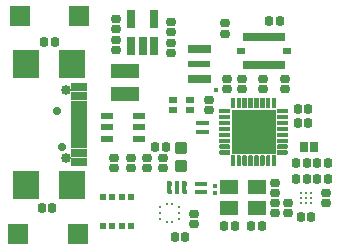
<source format=gts>
G04*
G04 #@! TF.GenerationSoftware,Altium Limited,Altium Designer,22.11.1 (43)*
G04*
G04 Layer_Color=8388736*
%FSLAX44Y44*%
%MOMM*%
G71*
G04*
G04 #@! TF.SameCoordinates,08DCA11F-4F28-4CA3-8F65-8E8C9E671095*
G04*
G04*
G04 #@! TF.FilePolarity,Negative*
G04*
G01*
G75*
%ADD19R,0.9779X0.5588*%
%ADD22R,0.2794X0.2540*%
%ADD23R,0.2540X0.2794*%
%ADD26C,0.2286*%
%ADD42R,0.9987X0.3944*%
%ADD43R,0.3944X0.9987*%
%ADD44R,0.4572X0.4572*%
%ADD45C,0.4318*%
G04:AMPARAMS|DCode=46|XSize=0.8032mm|YSize=0.7432mm|CornerRadius=0.2447mm|HoleSize=0mm|Usage=FLASHONLY|Rotation=270.000|XOffset=0mm|YOffset=0mm|HoleType=Round|Shape=RoundedRectangle|*
%AMROUNDEDRECTD46*
21,1,0.8032,0.2538,0,0,270.0*
21,1,0.3138,0.7432,0,0,270.0*
1,1,0.4894,-0.1269,-0.1569*
1,1,0.4894,-0.1269,0.1569*
1,1,0.4894,0.1269,0.1569*
1,1,0.4894,0.1269,-0.1569*
%
%ADD46ROUNDEDRECTD46*%
%ADD47R,0.7132X0.9332*%
%ADD48R,0.7032X0.5032*%
G04:AMPARAMS|DCode=49|XSize=0.8032mm|YSize=0.7432mm|CornerRadius=0.2447mm|HoleSize=0mm|Usage=FLASHONLY|Rotation=180.000|XOffset=0mm|YOffset=0mm|HoleType=Round|Shape=RoundedRectangle|*
%AMROUNDEDRECTD49*
21,1,0.8032,0.2538,0,0,180.0*
21,1,0.3138,0.7432,0,0,180.0*
1,1,0.4894,-0.1569,0.1269*
1,1,0.4894,0.1569,0.1269*
1,1,0.4894,0.1569,-0.1269*
1,1,0.4894,-0.1569,-0.1269*
%
%ADD49ROUNDEDRECTD49*%
%ADD50R,1.5032X1.3032*%
%ADD51R,0.7932X0.5532*%
%ADD52R,0.5532X0.7932*%
%ADD53R,1.7272X1.7272*%
%ADD54R,0.5032X0.8032*%
%ADD55R,1.9032X0.5032*%
%ADD56R,0.6032X0.6032*%
%ADD57R,0.4572X0.4572*%
%ADD58R,2.4032X1.2032*%
%ADD59R,1.3532X0.8032*%
%ADD60R,1.3532X0.5032*%
%ADD61R,2.2032X2.3832*%
%ADD62R,3.8000X3.8000*%
G04:AMPARAMS|DCode=63|XSize=0.9652mm|YSize=1.0922mm|CornerRadius=0.1969mm|HoleSize=0mm|Usage=FLASHONLY|Rotation=90.000|XOffset=0mm|YOffset=0mm|HoleType=Round|Shape=RoundedRectangle|*
%AMROUNDEDRECTD63*
21,1,0.9652,0.6985,0,0,90.0*
21,1,0.5715,1.0922,0,0,90.0*
1,1,0.3937,0.3493,0.2858*
1,1,0.3937,0.3493,-0.2858*
1,1,0.3937,-0.3493,-0.2858*
1,1,0.3937,-0.3493,0.2858*
%
%ADD63ROUNDEDRECTD63*%
%ADD64R,0.8032X1.5232*%
%ADD65C,0.8532*%
%ADD66C,0.7112*%
G36*
X897540Y956020D02*
X897500Y956030D01*
X897450Y956040D01*
X897410Y956050D01*
X897370Y956070D01*
X897330Y956080D01*
X897290Y956100D01*
X897250Y956120D01*
X897210Y956150D01*
X897180Y956170D01*
X897140Y956200D01*
X897110Y956230D01*
X897080Y956260D01*
X897050Y956290D01*
X897020Y956320D01*
X896990Y956360D01*
X896970Y956390D01*
X896940Y956430D01*
X896920Y956470D01*
X896900Y956510D01*
X896890Y956550D01*
X896870Y956590D01*
X896860Y956630D01*
X896850Y956680D01*
X896840Y956720D01*
X896830Y956760D01*
Y956810D01*
Y956850D01*
Y958870D01*
Y958910D01*
Y958960D01*
X896840Y959000D01*
X896850Y959040D01*
X896860Y959090D01*
X896870Y959130D01*
X896890Y959170D01*
X896900Y959210D01*
X896920Y959250D01*
X896940Y959290D01*
X896970Y959330D01*
X896990Y959360D01*
X897020Y959400D01*
X897050Y959430D01*
X897080Y959460D01*
X897110Y959490D01*
X897140Y959520D01*
X897180Y959550D01*
X897210Y959570D01*
X897250Y959600D01*
X897290Y959620D01*
X897330Y959640D01*
X897370Y959650D01*
X897410Y959670D01*
X897450Y959680D01*
X897500Y959690D01*
X897540Y959700D01*
X897580Y959710D01*
X905180D01*
X905220Y959700D01*
X905260Y959690D01*
X905310Y959680D01*
X905350Y959670D01*
X905390Y959650D01*
X905430Y959640D01*
X905470Y959620D01*
X905510Y959600D01*
X905550Y959570D01*
X905580Y959550D01*
X905620Y959520D01*
X905650Y959490D01*
X905680Y959460D01*
X905710Y959430D01*
X905740Y959400D01*
X905770Y959360D01*
X905790Y959330D01*
X905820Y959290D01*
X905840Y959250D01*
X905860Y959210D01*
X905870Y959170D01*
X905890Y959130D01*
X905900Y959090D01*
X905910Y959040D01*
X905920Y959000D01*
X905930Y958960D01*
Y958910D01*
Y958870D01*
Y956850D01*
Y956810D01*
Y956760D01*
X905920Y956720D01*
X905910Y956680D01*
X905900Y956630D01*
X905890Y956590D01*
X905870Y956550D01*
X905860Y956510D01*
X905840Y956470D01*
X905820Y956430D01*
X905790Y956390D01*
X905770Y956360D01*
X905740Y956320D01*
X905710Y956290D01*
X905680Y956260D01*
X905650Y956230D01*
X905620Y956200D01*
X905580Y956170D01*
X905550Y956150D01*
X905510Y956120D01*
X905470Y956100D01*
X905430Y956080D01*
X905390Y956070D01*
X905350Y956050D01*
X905310Y956040D01*
X905260Y956030D01*
X905220Y956020D01*
X905180Y956010D01*
X897580D01*
X897540Y956020D01*
D02*
G37*
G36*
Y961020D02*
X897500Y961030D01*
X897450Y961040D01*
X897410Y961050D01*
X897370Y961070D01*
X897330Y961080D01*
X897290Y961100D01*
X897250Y961120D01*
X897210Y961150D01*
X897180Y961170D01*
X897140Y961200D01*
X897110Y961230D01*
X897080Y961260D01*
X897050Y961290D01*
X897020Y961320D01*
X896990Y961360D01*
X896970Y961390D01*
X896940Y961430D01*
X896920Y961470D01*
X896900Y961510D01*
X896890Y961550D01*
X896870Y961590D01*
X896860Y961630D01*
X896850Y961680D01*
X896840Y961720D01*
X896830Y961760D01*
Y961810D01*
Y961850D01*
Y963870D01*
Y963910D01*
Y963960D01*
X896840Y964000D01*
X896850Y964040D01*
X896860Y964090D01*
X896870Y964130D01*
X896890Y964170D01*
X896900Y964210D01*
X896920Y964250D01*
X896940Y964290D01*
X896970Y964330D01*
X896990Y964360D01*
X897020Y964400D01*
X897050Y964430D01*
X897080Y964460D01*
X897110Y964490D01*
X897140Y964520D01*
X897180Y964550D01*
X897210Y964570D01*
X897250Y964600D01*
X897290Y964620D01*
X897330Y964640D01*
X897370Y964650D01*
X897410Y964670D01*
X897450Y964680D01*
X897500Y964690D01*
X897540Y964700D01*
X897580Y964710D01*
X905180D01*
X905220Y964700D01*
X905260Y964690D01*
X905310Y964680D01*
X905350Y964670D01*
X905390Y964650D01*
X905430Y964640D01*
X905470Y964620D01*
X905510Y964600D01*
X905550Y964570D01*
X905580Y964550D01*
X905620Y964520D01*
X905650Y964490D01*
X905680Y964460D01*
X905710Y964430D01*
X905740Y964400D01*
X905770Y964360D01*
X905790Y964330D01*
X905820Y964290D01*
X905840Y964250D01*
X905860Y964210D01*
X905870Y964170D01*
X905890Y964130D01*
X905900Y964090D01*
X905910Y964040D01*
X905920Y964000D01*
X905930Y963960D01*
Y963910D01*
Y963870D01*
Y961850D01*
Y961810D01*
Y961760D01*
X905920Y961720D01*
X905910Y961680D01*
X905900Y961630D01*
X905890Y961590D01*
X905870Y961550D01*
X905860Y961510D01*
X905840Y961470D01*
X905820Y961430D01*
X905790Y961390D01*
X905770Y961360D01*
X905740Y961320D01*
X905710Y961290D01*
X905680Y961260D01*
X905650Y961230D01*
X905620Y961200D01*
X905580Y961170D01*
X905550Y961150D01*
X905510Y961120D01*
X905470Y961100D01*
X905430Y961080D01*
X905390Y961070D01*
X905350Y961050D01*
X905310Y961040D01*
X905260Y961030D01*
X905220Y961020D01*
X905180Y961010D01*
X897580D01*
X897540Y961020D01*
D02*
G37*
G36*
Y971020D02*
X897500Y971030D01*
X897450Y971040D01*
X897410Y971050D01*
X897370Y971070D01*
X897330Y971080D01*
X897290Y971100D01*
X897250Y971120D01*
X897210Y971150D01*
X897180Y971170D01*
X897140Y971200D01*
X897110Y971230D01*
X897080Y971260D01*
X897050Y971290D01*
X897020Y971320D01*
X896990Y971360D01*
X896970Y971390D01*
X896940Y971430D01*
X896920Y971470D01*
X896900Y971510D01*
X896890Y971550D01*
X896870Y971590D01*
X896860Y971630D01*
X896850Y971680D01*
X896840Y971720D01*
X896830Y971760D01*
Y971810D01*
Y971850D01*
Y973870D01*
Y973910D01*
Y973960D01*
X896840Y974000D01*
X896850Y974040D01*
X896860Y974090D01*
X896870Y974130D01*
X896890Y974170D01*
X896900Y974210D01*
X896920Y974250D01*
X896940Y974290D01*
X896970Y974330D01*
X896990Y974360D01*
X897020Y974400D01*
X897050Y974430D01*
X897080Y974460D01*
X897110Y974490D01*
X897140Y974520D01*
X897180Y974550D01*
X897210Y974570D01*
X897250Y974600D01*
X897290Y974620D01*
X897330Y974640D01*
X897370Y974650D01*
X897410Y974670D01*
X897450Y974680D01*
X897500Y974690D01*
X897540Y974700D01*
X897580Y974710D01*
X905180D01*
X905220Y974700D01*
X905260Y974690D01*
X905310Y974680D01*
X905350Y974670D01*
X905390Y974650D01*
X905430Y974640D01*
X905470Y974620D01*
X905510Y974600D01*
X905550Y974570D01*
X905580Y974550D01*
X905620Y974520D01*
X905650Y974490D01*
X905680Y974460D01*
X905710Y974430D01*
X905740Y974400D01*
X905770Y974360D01*
X905790Y974330D01*
X905820Y974290D01*
X905840Y974250D01*
X905860Y974210D01*
X905870Y974170D01*
X905890Y974130D01*
X905900Y974090D01*
X905910Y974040D01*
X905920Y974000D01*
X905930Y973960D01*
Y973910D01*
Y973870D01*
Y971850D01*
Y971810D01*
Y971760D01*
X905920Y971720D01*
X905910Y971680D01*
X905900Y971630D01*
X905890Y971590D01*
X905870Y971550D01*
X905860Y971510D01*
X905840Y971470D01*
X905820Y971430D01*
X905790Y971390D01*
X905770Y971360D01*
X905740Y971320D01*
X905710Y971290D01*
X905680Y971260D01*
X905650Y971230D01*
X905620Y971200D01*
X905580Y971170D01*
X905550Y971150D01*
X905510Y971120D01*
X905470Y971100D01*
X905430Y971080D01*
X905390Y971070D01*
X905350Y971050D01*
X905310Y971040D01*
X905260Y971030D01*
X905220Y971020D01*
X905180Y971010D01*
X897580D01*
X897540Y971020D01*
D02*
G37*
G36*
Y966020D02*
X897500Y966030D01*
X897450Y966040D01*
X897410Y966050D01*
X897370Y966070D01*
X897330Y966080D01*
X897290Y966100D01*
X897250Y966120D01*
X897210Y966150D01*
X897180Y966170D01*
X897140Y966200D01*
X897110Y966230D01*
X897080Y966260D01*
X897050Y966290D01*
X897020Y966320D01*
X896990Y966360D01*
X896970Y966390D01*
X896940Y966430D01*
X896920Y966470D01*
X896900Y966510D01*
X896890Y966550D01*
X896870Y966590D01*
X896860Y966630D01*
X896850Y966680D01*
X896840Y966720D01*
X896830Y966760D01*
Y966810D01*
Y966850D01*
Y968870D01*
Y968910D01*
Y968960D01*
X896840Y969000D01*
X896850Y969040D01*
X896860Y969090D01*
X896870Y969130D01*
X896890Y969170D01*
X896900Y969210D01*
X896920Y969250D01*
X896940Y969290D01*
X896970Y969330D01*
X896990Y969360D01*
X897020Y969400D01*
X897050Y969430D01*
X897080Y969460D01*
X897110Y969490D01*
X897140Y969520D01*
X897180Y969550D01*
X897210Y969570D01*
X897250Y969600D01*
X897290Y969620D01*
X897330Y969640D01*
X897370Y969650D01*
X897410Y969670D01*
X897450Y969680D01*
X897500Y969690D01*
X897540Y969700D01*
X897580Y969710D01*
X905180D01*
X905220Y969700D01*
X905260Y969690D01*
X905310Y969680D01*
X905350Y969670D01*
X905390Y969650D01*
X905430Y969640D01*
X905470Y969620D01*
X905510Y969600D01*
X905550Y969570D01*
X905580Y969550D01*
X905620Y969520D01*
X905650Y969490D01*
X905680Y969460D01*
X905710Y969430D01*
X905740Y969400D01*
X905770Y969360D01*
X905790Y969330D01*
X905820Y969290D01*
X905840Y969250D01*
X905860Y969210D01*
X905870Y969170D01*
X905890Y969130D01*
X905900Y969090D01*
X905910Y969040D01*
X905920Y969000D01*
X905930Y968960D01*
Y968910D01*
Y968870D01*
Y966850D01*
Y966810D01*
Y966760D01*
X905920Y966720D01*
X905910Y966680D01*
X905900Y966630D01*
X905890Y966590D01*
X905870Y966550D01*
X905860Y966510D01*
X905840Y966470D01*
X905820Y966430D01*
X905790Y966390D01*
X905770Y966360D01*
X905740Y966320D01*
X905710Y966290D01*
X905680Y966260D01*
X905650Y966230D01*
X905620Y966200D01*
X905580Y966170D01*
X905550Y966150D01*
X905510Y966120D01*
X905470Y966100D01*
X905430Y966080D01*
X905390Y966070D01*
X905350Y966050D01*
X905310Y966040D01*
X905260Y966030D01*
X905220Y966020D01*
X905180Y966010D01*
X897580D01*
X897540Y966020D01*
D02*
G37*
G36*
X907190Y946370D02*
X907150Y946380D01*
X907100Y946390D01*
X907060Y946400D01*
X907020Y946420D01*
X906980Y946430D01*
X906940Y946450D01*
X906900Y946470D01*
X906860Y946500D01*
X906830Y946520D01*
X906790Y946550D01*
X906760Y946580D01*
X906730Y946610D01*
X906700Y946640D01*
X906670Y946670D01*
X906640Y946710D01*
X906620Y946740D01*
X906590Y946780D01*
X906570Y946820D01*
X906550Y946860D01*
X906540Y946900D01*
X906520Y946940D01*
X906510Y946980D01*
X906500Y947030D01*
X906490Y947070D01*
X906480Y947110D01*
Y947160D01*
Y947200D01*
Y954620D01*
Y954660D01*
Y954710D01*
X906490Y954750D01*
X906500Y954790D01*
X906510Y954840D01*
X906520Y954880D01*
X906540Y954920D01*
X906550Y954960D01*
X906570Y955000D01*
X906590Y955040D01*
X906620Y955080D01*
X906640Y955110D01*
X906670Y955150D01*
X906700Y955180D01*
X906730Y955210D01*
X906760Y955240D01*
X906790Y955270D01*
X906830Y955300D01*
X906860Y955320D01*
X906900Y955350D01*
X906940Y955370D01*
X906980Y955390D01*
X907020Y955400D01*
X907060Y955420D01*
X907100Y955430D01*
X907150Y955440D01*
X907190Y955450D01*
X907230Y955460D01*
X909430D01*
X909470Y955450D01*
X909510Y955440D01*
X909560Y955430D01*
X909600Y955420D01*
X909640Y955400D01*
X909680Y955390D01*
X909720Y955370D01*
X909760Y955350D01*
X909800Y955320D01*
X909830Y955300D01*
X909870Y955270D01*
X909900Y955240D01*
X909930Y955210D01*
X909960Y955180D01*
X909990Y955150D01*
X910020Y955110D01*
X910040Y955080D01*
X910070Y955040D01*
X910090Y955000D01*
X910110Y954960D01*
X910120Y954920D01*
X910140Y954880D01*
X910150Y954840D01*
X910160Y954790D01*
X910170Y954750D01*
X910180Y954710D01*
Y954660D01*
Y954620D01*
Y947200D01*
Y947160D01*
Y947110D01*
X910170Y947070D01*
X910160Y947030D01*
X910150Y946980D01*
X910140Y946940D01*
X910120Y946900D01*
X910110Y946860D01*
X910090Y946820D01*
X910070Y946780D01*
X910040Y946740D01*
X910020Y946710D01*
X909990Y946670D01*
X909960Y946640D01*
X909930Y946610D01*
X909900Y946580D01*
X909870Y946550D01*
X909830Y946520D01*
X909800Y946500D01*
X909760Y946470D01*
X909720Y946450D01*
X909680Y946430D01*
X909640Y946420D01*
X909600Y946400D01*
X909560Y946390D01*
X909510Y946380D01*
X909470Y946370D01*
X909430Y946360D01*
X907230D01*
X907190Y946370D01*
D02*
G37*
G36*
X912190D02*
X912150Y946380D01*
X912100Y946390D01*
X912060Y946400D01*
X912020Y946420D01*
X911980Y946430D01*
X911940Y946450D01*
X911900Y946470D01*
X911860Y946500D01*
X911830Y946520D01*
X911790Y946550D01*
X911760Y946580D01*
X911730Y946610D01*
X911700Y946640D01*
X911670Y946670D01*
X911640Y946710D01*
X911620Y946740D01*
X911590Y946780D01*
X911570Y946820D01*
X911550Y946860D01*
X911540Y946900D01*
X911520Y946940D01*
X911510Y946980D01*
X911500Y947030D01*
X911490Y947070D01*
X911480Y947110D01*
Y947160D01*
Y947200D01*
Y954620D01*
Y954660D01*
Y954710D01*
X911490Y954750D01*
X911500Y954790D01*
X911510Y954840D01*
X911520Y954880D01*
X911540Y954920D01*
X911550Y954960D01*
X911570Y955000D01*
X911590Y955040D01*
X911620Y955080D01*
X911640Y955110D01*
X911670Y955150D01*
X911700Y955180D01*
X911730Y955210D01*
X911760Y955240D01*
X911790Y955270D01*
X911830Y955300D01*
X911860Y955320D01*
X911900Y955350D01*
X911940Y955370D01*
X911980Y955390D01*
X912020Y955400D01*
X912060Y955420D01*
X912100Y955430D01*
X912150Y955440D01*
X912190Y955450D01*
X912230Y955460D01*
X914430D01*
X914470Y955450D01*
X914510Y955440D01*
X914560Y955430D01*
X914600Y955420D01*
X914640Y955400D01*
X914680Y955390D01*
X914720Y955370D01*
X914760Y955350D01*
X914800Y955320D01*
X914830Y955300D01*
X914870Y955270D01*
X914900Y955240D01*
X914930Y955210D01*
X914960Y955180D01*
X914990Y955150D01*
X915020Y955110D01*
X915040Y955080D01*
X915070Y955040D01*
X915090Y955000D01*
X915110Y954960D01*
X915120Y954920D01*
X915140Y954880D01*
X915150Y954840D01*
X915160Y954790D01*
X915170Y954750D01*
X915180Y954710D01*
Y954660D01*
Y954620D01*
Y947200D01*
Y947160D01*
Y947110D01*
X915170Y947070D01*
X915160Y947030D01*
X915150Y946980D01*
X915140Y946940D01*
X915120Y946900D01*
X915110Y946860D01*
X915090Y946820D01*
X915070Y946780D01*
X915040Y946740D01*
X915020Y946710D01*
X914990Y946670D01*
X914960Y946640D01*
X914930Y946610D01*
X914900Y946580D01*
X914870Y946550D01*
X914830Y946520D01*
X914800Y946500D01*
X914760Y946470D01*
X914720Y946450D01*
X914680Y946430D01*
X914640Y946420D01*
X914600Y946400D01*
X914560Y946390D01*
X914510Y946380D01*
X914470Y946370D01*
X914430Y946360D01*
X912230D01*
X912190Y946370D01*
D02*
G37*
G36*
X922190D02*
X922150Y946380D01*
X922100Y946390D01*
X922060Y946400D01*
X922020Y946420D01*
X921980Y946430D01*
X921940Y946450D01*
X921900Y946470D01*
X921860Y946500D01*
X921830Y946520D01*
X921790Y946550D01*
X921760Y946580D01*
X921730Y946610D01*
X921700Y946640D01*
X921670Y946670D01*
X921640Y946710D01*
X921620Y946740D01*
X921590Y946780D01*
X921570Y946820D01*
X921550Y946860D01*
X921540Y946900D01*
X921520Y946940D01*
X921510Y946980D01*
X921500Y947030D01*
X921490Y947070D01*
X921480Y947110D01*
Y947160D01*
Y947200D01*
Y954620D01*
Y954660D01*
Y954710D01*
X921490Y954750D01*
X921500Y954790D01*
X921510Y954840D01*
X921520Y954880D01*
X921540Y954920D01*
X921550Y954960D01*
X921570Y955000D01*
X921590Y955040D01*
X921620Y955080D01*
X921640Y955110D01*
X921670Y955150D01*
X921700Y955180D01*
X921730Y955210D01*
X921760Y955240D01*
X921790Y955270D01*
X921830Y955300D01*
X921860Y955320D01*
X921900Y955350D01*
X921940Y955370D01*
X921980Y955390D01*
X922020Y955400D01*
X922060Y955420D01*
X922100Y955430D01*
X922150Y955440D01*
X922190Y955450D01*
X922230Y955460D01*
X924430D01*
X924470Y955450D01*
X924510Y955440D01*
X924560Y955430D01*
X924600Y955420D01*
X924640Y955400D01*
X924680Y955390D01*
X924720Y955370D01*
X924760Y955350D01*
X924800Y955320D01*
X924830Y955300D01*
X924870Y955270D01*
X924900Y955240D01*
X924930Y955210D01*
X924960Y955180D01*
X924990Y955150D01*
X925020Y955110D01*
X925040Y955080D01*
X925070Y955040D01*
X925090Y955000D01*
X925110Y954960D01*
X925120Y954920D01*
X925140Y954880D01*
X925150Y954840D01*
X925160Y954790D01*
X925170Y954750D01*
X925180Y954710D01*
Y954660D01*
Y954620D01*
Y947200D01*
Y947160D01*
Y947110D01*
X925170Y947070D01*
X925160Y947030D01*
X925150Y946980D01*
X925140Y946940D01*
X925120Y946900D01*
X925110Y946860D01*
X925090Y946820D01*
X925070Y946780D01*
X925040Y946740D01*
X925020Y946710D01*
X924990Y946670D01*
X924960Y946640D01*
X924930Y946610D01*
X924900Y946580D01*
X924870Y946550D01*
X924830Y946520D01*
X924800Y946500D01*
X924760Y946470D01*
X924720Y946450D01*
X924680Y946430D01*
X924640Y946420D01*
X924600Y946400D01*
X924560Y946390D01*
X924510Y946380D01*
X924470Y946370D01*
X924430Y946360D01*
X922230D01*
X922190Y946370D01*
D02*
G37*
G36*
X917190D02*
X917150Y946380D01*
X917100Y946390D01*
X917060Y946400D01*
X917020Y946420D01*
X916980Y946430D01*
X916940Y946450D01*
X916900Y946470D01*
X916860Y946500D01*
X916830Y946520D01*
X916790Y946550D01*
X916760Y946580D01*
X916730Y946610D01*
X916700Y946640D01*
X916670Y946670D01*
X916640Y946710D01*
X916620Y946740D01*
X916590Y946780D01*
X916570Y946820D01*
X916550Y946860D01*
X916540Y946900D01*
X916520Y946940D01*
X916510Y946980D01*
X916500Y947030D01*
X916490Y947070D01*
X916480Y947110D01*
Y947160D01*
Y947200D01*
Y954620D01*
Y954660D01*
Y954710D01*
X916490Y954750D01*
X916500Y954790D01*
X916510Y954840D01*
X916520Y954880D01*
X916540Y954920D01*
X916550Y954960D01*
X916570Y955000D01*
X916590Y955040D01*
X916620Y955080D01*
X916640Y955110D01*
X916670Y955150D01*
X916700Y955180D01*
X916730Y955210D01*
X916760Y955240D01*
X916790Y955270D01*
X916830Y955300D01*
X916860Y955320D01*
X916900Y955350D01*
X916940Y955370D01*
X916980Y955390D01*
X917020Y955400D01*
X917060Y955420D01*
X917100Y955430D01*
X917150Y955440D01*
X917190Y955450D01*
X917230Y955460D01*
X919430D01*
X919470Y955450D01*
X919510Y955440D01*
X919560Y955430D01*
X919600Y955420D01*
X919640Y955400D01*
X919680Y955390D01*
X919720Y955370D01*
X919760Y955350D01*
X919800Y955320D01*
X919830Y955300D01*
X919870Y955270D01*
X919900Y955240D01*
X919930Y955210D01*
X919960Y955180D01*
X919990Y955150D01*
X920020Y955110D01*
X920040Y955080D01*
X920070Y955040D01*
X920090Y955000D01*
X920110Y954960D01*
X920120Y954920D01*
X920140Y954880D01*
X920150Y954840D01*
X920160Y954790D01*
X920170Y954750D01*
X920180Y954710D01*
Y954660D01*
Y954620D01*
Y947200D01*
Y947160D01*
Y947110D01*
X920170Y947070D01*
X920160Y947030D01*
X920150Y946980D01*
X920140Y946940D01*
X920120Y946900D01*
X920110Y946860D01*
X920090Y946820D01*
X920070Y946780D01*
X920040Y946740D01*
X920020Y946710D01*
X919990Y946670D01*
X919960Y946640D01*
X919930Y946610D01*
X919900Y946580D01*
X919870Y946550D01*
X919830Y946520D01*
X919800Y946500D01*
X919760Y946470D01*
X919720Y946450D01*
X919680Y946430D01*
X919640Y946420D01*
X919600Y946400D01*
X919560Y946390D01*
X919510Y946380D01*
X919470Y946370D01*
X919430Y946360D01*
X917230D01*
X917190Y946370D01*
D02*
G37*
G36*
X897540Y976020D02*
X897500Y976030D01*
X897450Y976040D01*
X897410Y976050D01*
X897370Y976070D01*
X897330Y976080D01*
X897290Y976100D01*
X897250Y976120D01*
X897210Y976150D01*
X897180Y976170D01*
X897140Y976200D01*
X897110Y976230D01*
X897080Y976260D01*
X897050Y976290D01*
X897020Y976320D01*
X896990Y976360D01*
X896970Y976390D01*
X896940Y976430D01*
X896920Y976470D01*
X896900Y976510D01*
X896890Y976550D01*
X896870Y976590D01*
X896860Y976630D01*
X896850Y976680D01*
X896840Y976720D01*
X896830Y976760D01*
Y976810D01*
Y976850D01*
Y978870D01*
Y978910D01*
Y978960D01*
X896840Y979000D01*
X896850Y979040D01*
X896860Y979090D01*
X896870Y979130D01*
X896890Y979170D01*
X896900Y979210D01*
X896920Y979250D01*
X896940Y979290D01*
X896970Y979330D01*
X896990Y979360D01*
X897020Y979400D01*
X897050Y979430D01*
X897080Y979460D01*
X897110Y979490D01*
X897140Y979520D01*
X897180Y979550D01*
X897210Y979570D01*
X897250Y979600D01*
X897290Y979620D01*
X897330Y979640D01*
X897370Y979650D01*
X897410Y979670D01*
X897450Y979680D01*
X897500Y979690D01*
X897540Y979700D01*
X897580Y979710D01*
X905180D01*
X905220Y979700D01*
X905260Y979690D01*
X905310Y979680D01*
X905350Y979670D01*
X905390Y979650D01*
X905430Y979640D01*
X905470Y979620D01*
X905510Y979600D01*
X905550Y979570D01*
X905580Y979550D01*
X905620Y979520D01*
X905650Y979490D01*
X905680Y979460D01*
X905710Y979430D01*
X905740Y979400D01*
X905770Y979360D01*
X905790Y979330D01*
X905820Y979290D01*
X905840Y979250D01*
X905860Y979210D01*
X905870Y979170D01*
X905890Y979130D01*
X905900Y979090D01*
X905910Y979040D01*
X905920Y979000D01*
X905930Y978960D01*
Y978910D01*
Y978870D01*
Y976850D01*
Y976810D01*
Y976760D01*
X905920Y976720D01*
X905910Y976680D01*
X905900Y976630D01*
X905890Y976590D01*
X905870Y976550D01*
X905860Y976510D01*
X905840Y976470D01*
X905820Y976430D01*
X905790Y976390D01*
X905770Y976360D01*
X905740Y976320D01*
X905710Y976290D01*
X905680Y976260D01*
X905650Y976230D01*
X905620Y976200D01*
X905580Y976170D01*
X905550Y976150D01*
X905510Y976120D01*
X905470Y976100D01*
X905430Y976080D01*
X905390Y976070D01*
X905350Y976050D01*
X905310Y976040D01*
X905260Y976030D01*
X905220Y976020D01*
X905180Y976010D01*
X897580D01*
X897540Y976020D01*
D02*
G37*
G36*
Y981020D02*
X897500Y981030D01*
X897450Y981040D01*
X897410Y981050D01*
X897370Y981070D01*
X897330Y981080D01*
X897290Y981100D01*
X897250Y981120D01*
X897210Y981150D01*
X897180Y981170D01*
X897140Y981200D01*
X897110Y981230D01*
X897080Y981260D01*
X897050Y981290D01*
X897020Y981320D01*
X896990Y981360D01*
X896970Y981390D01*
X896940Y981430D01*
X896920Y981470D01*
X896900Y981510D01*
X896890Y981550D01*
X896870Y981590D01*
X896860Y981630D01*
X896850Y981680D01*
X896840Y981720D01*
X896830Y981760D01*
Y981810D01*
Y981850D01*
Y983870D01*
Y983910D01*
Y983960D01*
X896840Y984000D01*
X896850Y984040D01*
X896860Y984090D01*
X896870Y984130D01*
X896890Y984170D01*
X896900Y984210D01*
X896920Y984250D01*
X896940Y984290D01*
X896970Y984330D01*
X896990Y984360D01*
X897020Y984400D01*
X897050Y984430D01*
X897080Y984460D01*
X897110Y984490D01*
X897140Y984520D01*
X897180Y984550D01*
X897210Y984570D01*
X897250Y984600D01*
X897290Y984620D01*
X897330Y984640D01*
X897370Y984650D01*
X897410Y984670D01*
X897450Y984680D01*
X897500Y984690D01*
X897540Y984700D01*
X897580Y984710D01*
X905180D01*
X905220Y984700D01*
X905260Y984690D01*
X905310Y984680D01*
X905350Y984670D01*
X905390Y984650D01*
X905430Y984640D01*
X905470Y984620D01*
X905510Y984600D01*
X905550Y984570D01*
X905580Y984550D01*
X905620Y984520D01*
X905650Y984490D01*
X905680Y984460D01*
X905710Y984430D01*
X905740Y984400D01*
X905770Y984360D01*
X905790Y984330D01*
X905820Y984290D01*
X905840Y984250D01*
X905860Y984210D01*
X905870Y984170D01*
X905890Y984130D01*
X905900Y984090D01*
X905910Y984040D01*
X905920Y984000D01*
X905930Y983960D01*
Y983910D01*
Y983870D01*
Y981850D01*
Y981810D01*
Y981760D01*
X905920Y981720D01*
X905910Y981680D01*
X905900Y981630D01*
X905890Y981590D01*
X905870Y981550D01*
X905860Y981510D01*
X905840Y981470D01*
X905820Y981430D01*
X905790Y981390D01*
X905770Y981360D01*
X905740Y981320D01*
X905710Y981290D01*
X905680Y981260D01*
X905650Y981230D01*
X905620Y981200D01*
X905580Y981170D01*
X905550Y981150D01*
X905510Y981120D01*
X905470Y981100D01*
X905430Y981080D01*
X905390Y981070D01*
X905350Y981050D01*
X905310Y981040D01*
X905260Y981030D01*
X905220Y981020D01*
X905180Y981010D01*
X897580D01*
X897540Y981020D01*
D02*
G37*
G36*
Y986020D02*
X897500Y986030D01*
X897450Y986040D01*
X897410Y986050D01*
X897370Y986070D01*
X897330Y986080D01*
X897290Y986100D01*
X897250Y986120D01*
X897210Y986150D01*
X897180Y986170D01*
X897140Y986200D01*
X897110Y986230D01*
X897080Y986260D01*
X897050Y986290D01*
X897020Y986320D01*
X896990Y986360D01*
X896970Y986390D01*
X896940Y986430D01*
X896920Y986470D01*
X896900Y986510D01*
X896890Y986550D01*
X896870Y986590D01*
X896860Y986630D01*
X896850Y986680D01*
X896840Y986720D01*
X896830Y986760D01*
Y986810D01*
Y986850D01*
Y988870D01*
Y988910D01*
Y988960D01*
X896840Y989000D01*
X896850Y989040D01*
X896860Y989090D01*
X896870Y989130D01*
X896890Y989170D01*
X896900Y989210D01*
X896920Y989250D01*
X896940Y989290D01*
X896970Y989330D01*
X896990Y989360D01*
X897020Y989400D01*
X897050Y989430D01*
X897080Y989460D01*
X897110Y989490D01*
X897140Y989520D01*
X897180Y989550D01*
X897210Y989570D01*
X897250Y989600D01*
X897290Y989620D01*
X897330Y989640D01*
X897370Y989650D01*
X897410Y989670D01*
X897450Y989680D01*
X897500Y989690D01*
X897540Y989700D01*
X897580Y989710D01*
X905180D01*
X905220Y989700D01*
X905260Y989690D01*
X905310Y989680D01*
X905350Y989670D01*
X905390Y989650D01*
X905430Y989640D01*
X905470Y989620D01*
X905510Y989600D01*
X905550Y989570D01*
X905580Y989550D01*
X905620Y989520D01*
X905650Y989490D01*
X905680Y989460D01*
X905710Y989430D01*
X905740Y989400D01*
X905770Y989360D01*
X905790Y989330D01*
X905820Y989290D01*
X905840Y989250D01*
X905860Y989210D01*
X905870Y989170D01*
X905890Y989130D01*
X905900Y989090D01*
X905910Y989040D01*
X905920Y989000D01*
X905930Y988960D01*
Y988910D01*
Y988870D01*
Y986850D01*
Y986810D01*
Y986760D01*
X905920Y986720D01*
X905910Y986680D01*
X905900Y986630D01*
X905890Y986590D01*
X905870Y986550D01*
X905860Y986510D01*
X905840Y986470D01*
X905820Y986430D01*
X905790Y986390D01*
X905770Y986360D01*
X905740Y986320D01*
X905710Y986290D01*
X905680Y986260D01*
X905650Y986230D01*
X905620Y986200D01*
X905580Y986170D01*
X905550Y986150D01*
X905510Y986120D01*
X905470Y986100D01*
X905430Y986080D01*
X905390Y986070D01*
X905350Y986050D01*
X905310Y986040D01*
X905260Y986030D01*
X905220Y986020D01*
X905180Y986010D01*
X897580D01*
X897540Y986020D01*
D02*
G37*
G36*
Y991020D02*
X897500Y991030D01*
X897450Y991040D01*
X897410Y991050D01*
X897370Y991070D01*
X897330Y991080D01*
X897290Y991100D01*
X897250Y991120D01*
X897210Y991150D01*
X897180Y991170D01*
X897140Y991200D01*
X897110Y991230D01*
X897080Y991260D01*
X897050Y991290D01*
X897020Y991320D01*
X896990Y991360D01*
X896970Y991390D01*
X896940Y991430D01*
X896920Y991470D01*
X896900Y991510D01*
X896890Y991550D01*
X896870Y991590D01*
X896860Y991630D01*
X896850Y991680D01*
X896840Y991720D01*
X896830Y991760D01*
Y991810D01*
Y991850D01*
Y993870D01*
Y993910D01*
Y993960D01*
X896840Y994000D01*
X896850Y994040D01*
X896860Y994090D01*
X896870Y994130D01*
X896890Y994170D01*
X896900Y994210D01*
X896920Y994250D01*
X896940Y994290D01*
X896970Y994330D01*
X896990Y994360D01*
X897020Y994400D01*
X897050Y994430D01*
X897080Y994460D01*
X897110Y994490D01*
X897140Y994520D01*
X897180Y994550D01*
X897210Y994570D01*
X897250Y994600D01*
X897290Y994620D01*
X897330Y994640D01*
X897370Y994650D01*
X897410Y994670D01*
X897450Y994680D01*
X897500Y994690D01*
X897540Y994700D01*
X897580Y994710D01*
X905180D01*
X905220Y994700D01*
X905260Y994690D01*
X905310Y994680D01*
X905350Y994670D01*
X905390Y994650D01*
X905430Y994640D01*
X905470Y994620D01*
X905510Y994600D01*
X905550Y994570D01*
X905580Y994550D01*
X905620Y994520D01*
X905650Y994490D01*
X905680Y994460D01*
X905710Y994430D01*
X905740Y994400D01*
X905770Y994360D01*
X905790Y994330D01*
X905820Y994290D01*
X905840Y994250D01*
X905860Y994210D01*
X905870Y994170D01*
X905890Y994130D01*
X905900Y994090D01*
X905910Y994040D01*
X905920Y994000D01*
X905930Y993960D01*
Y993910D01*
Y993870D01*
Y991850D01*
Y991810D01*
Y991760D01*
X905920Y991720D01*
X905910Y991680D01*
X905900Y991630D01*
X905890Y991590D01*
X905870Y991550D01*
X905860Y991510D01*
X905840Y991470D01*
X905820Y991430D01*
X905790Y991390D01*
X905770Y991360D01*
X905740Y991320D01*
X905710Y991290D01*
X905680Y991260D01*
X905650Y991230D01*
X905620Y991200D01*
X905580Y991170D01*
X905550Y991150D01*
X905510Y991120D01*
X905470Y991100D01*
X905430Y991080D01*
X905390Y991070D01*
X905350Y991050D01*
X905310Y991040D01*
X905260Y991030D01*
X905220Y991020D01*
X905180Y991010D01*
X897580D01*
X897540Y991020D01*
D02*
G37*
G36*
X907190Y995270D02*
X907150Y995280D01*
X907100Y995290D01*
X907060Y995300D01*
X907020Y995320D01*
X906980Y995330D01*
X906940Y995350D01*
X906900Y995370D01*
X906860Y995400D01*
X906830Y995420D01*
X906790Y995450D01*
X906760Y995480D01*
X906730Y995510D01*
X906700Y995540D01*
X906670Y995570D01*
X906640Y995610D01*
X906620Y995640D01*
X906590Y995680D01*
X906570Y995720D01*
X906550Y995760D01*
X906540Y995800D01*
X906520Y995840D01*
X906510Y995880D01*
X906500Y995930D01*
X906490Y995970D01*
X906480Y996010D01*
Y996060D01*
Y996100D01*
Y1003520D01*
Y1003560D01*
Y1003610D01*
X906490Y1003650D01*
X906500Y1003690D01*
X906510Y1003740D01*
X906520Y1003780D01*
X906540Y1003820D01*
X906550Y1003860D01*
X906570Y1003900D01*
X906590Y1003940D01*
X906620Y1003980D01*
X906640Y1004010D01*
X906670Y1004050D01*
X906700Y1004080D01*
X906730Y1004110D01*
X906760Y1004140D01*
X906790Y1004170D01*
X906830Y1004200D01*
X906860Y1004220D01*
X906900Y1004250D01*
X906940Y1004270D01*
X906980Y1004290D01*
X907020Y1004300D01*
X907060Y1004320D01*
X907100Y1004330D01*
X907150Y1004340D01*
X907190Y1004350D01*
X907230Y1004360D01*
X909430D01*
X909470Y1004350D01*
X909510Y1004340D01*
X909560Y1004330D01*
X909600Y1004320D01*
X909640Y1004300D01*
X909680Y1004290D01*
X909720Y1004270D01*
X909760Y1004250D01*
X909800Y1004220D01*
X909830Y1004200D01*
X909870Y1004170D01*
X909900Y1004140D01*
X909930Y1004110D01*
X909960Y1004080D01*
X909990Y1004050D01*
X910020Y1004010D01*
X910040Y1003980D01*
X910070Y1003940D01*
X910090Y1003900D01*
X910110Y1003860D01*
X910120Y1003820D01*
X910140Y1003780D01*
X910150Y1003740D01*
X910160Y1003690D01*
X910170Y1003650D01*
X910180Y1003610D01*
Y1003560D01*
Y1003520D01*
Y996100D01*
Y996060D01*
Y996010D01*
X910170Y995970D01*
X910160Y995930D01*
X910150Y995880D01*
X910140Y995840D01*
X910120Y995800D01*
X910110Y995760D01*
X910090Y995720D01*
X910070Y995680D01*
X910040Y995640D01*
X910020Y995610D01*
X909990Y995570D01*
X909960Y995540D01*
X909930Y995510D01*
X909900Y995480D01*
X909870Y995450D01*
X909830Y995420D01*
X909800Y995400D01*
X909760Y995370D01*
X909720Y995350D01*
X909680Y995330D01*
X909640Y995320D01*
X909600Y995300D01*
X909560Y995290D01*
X909510Y995280D01*
X909470Y995270D01*
X909430Y995260D01*
X907230D01*
X907190Y995270D01*
D02*
G37*
G36*
X912190D02*
X912150Y995280D01*
X912100Y995290D01*
X912060Y995300D01*
X912020Y995320D01*
X911980Y995330D01*
X911940Y995350D01*
X911900Y995370D01*
X911860Y995400D01*
X911830Y995420D01*
X911790Y995450D01*
X911760Y995480D01*
X911730Y995510D01*
X911700Y995540D01*
X911670Y995570D01*
X911640Y995610D01*
X911620Y995640D01*
X911590Y995680D01*
X911570Y995720D01*
X911550Y995760D01*
X911540Y995800D01*
X911520Y995840D01*
X911510Y995880D01*
X911500Y995930D01*
X911490Y995970D01*
X911480Y996010D01*
Y996060D01*
Y996100D01*
Y1003520D01*
Y1003560D01*
Y1003610D01*
X911490Y1003650D01*
X911500Y1003690D01*
X911510Y1003740D01*
X911520Y1003780D01*
X911540Y1003820D01*
X911550Y1003860D01*
X911570Y1003900D01*
X911590Y1003940D01*
X911620Y1003980D01*
X911640Y1004010D01*
X911670Y1004050D01*
X911700Y1004080D01*
X911730Y1004110D01*
X911760Y1004140D01*
X911790Y1004170D01*
X911830Y1004200D01*
X911860Y1004220D01*
X911900Y1004250D01*
X911940Y1004270D01*
X911980Y1004290D01*
X912020Y1004300D01*
X912060Y1004320D01*
X912100Y1004330D01*
X912150Y1004340D01*
X912190Y1004350D01*
X912230Y1004360D01*
X914430D01*
X914470Y1004350D01*
X914510Y1004340D01*
X914560Y1004330D01*
X914600Y1004320D01*
X914640Y1004300D01*
X914680Y1004290D01*
X914720Y1004270D01*
X914760Y1004250D01*
X914800Y1004220D01*
X914830Y1004200D01*
X914870Y1004170D01*
X914900Y1004140D01*
X914930Y1004110D01*
X914960Y1004080D01*
X914990Y1004050D01*
X915020Y1004010D01*
X915040Y1003980D01*
X915070Y1003940D01*
X915090Y1003900D01*
X915110Y1003860D01*
X915120Y1003820D01*
X915140Y1003780D01*
X915150Y1003740D01*
X915160Y1003690D01*
X915170Y1003650D01*
X915180Y1003610D01*
Y1003560D01*
Y1003520D01*
Y996100D01*
Y996060D01*
Y996010D01*
X915170Y995970D01*
X915160Y995930D01*
X915150Y995880D01*
X915140Y995840D01*
X915120Y995800D01*
X915110Y995760D01*
X915090Y995720D01*
X915070Y995680D01*
X915040Y995640D01*
X915020Y995610D01*
X914990Y995570D01*
X914960Y995540D01*
X914930Y995510D01*
X914900Y995480D01*
X914870Y995450D01*
X914830Y995420D01*
X914800Y995400D01*
X914760Y995370D01*
X914720Y995350D01*
X914680Y995330D01*
X914640Y995320D01*
X914600Y995300D01*
X914560Y995290D01*
X914510Y995280D01*
X914470Y995270D01*
X914430Y995260D01*
X912230D01*
X912190Y995270D01*
D02*
G37*
G36*
X917190D02*
X917150Y995280D01*
X917100Y995290D01*
X917060Y995300D01*
X917020Y995320D01*
X916980Y995330D01*
X916940Y995350D01*
X916900Y995370D01*
X916860Y995400D01*
X916830Y995420D01*
X916790Y995450D01*
X916760Y995480D01*
X916730Y995510D01*
X916700Y995540D01*
X916670Y995570D01*
X916640Y995610D01*
X916620Y995640D01*
X916590Y995680D01*
X916570Y995720D01*
X916550Y995760D01*
X916540Y995800D01*
X916520Y995840D01*
X916510Y995880D01*
X916500Y995930D01*
X916490Y995970D01*
X916480Y996010D01*
Y996060D01*
Y996100D01*
Y1003520D01*
Y1003560D01*
Y1003610D01*
X916490Y1003650D01*
X916500Y1003690D01*
X916510Y1003740D01*
X916520Y1003780D01*
X916540Y1003820D01*
X916550Y1003860D01*
X916570Y1003900D01*
X916590Y1003940D01*
X916620Y1003980D01*
X916640Y1004010D01*
X916670Y1004050D01*
X916700Y1004080D01*
X916730Y1004110D01*
X916760Y1004140D01*
X916790Y1004170D01*
X916830Y1004200D01*
X916860Y1004220D01*
X916900Y1004250D01*
X916940Y1004270D01*
X916980Y1004290D01*
X917020Y1004300D01*
X917060Y1004320D01*
X917100Y1004330D01*
X917150Y1004340D01*
X917190Y1004350D01*
X917230Y1004360D01*
X919430D01*
X919470Y1004350D01*
X919510Y1004340D01*
X919560Y1004330D01*
X919600Y1004320D01*
X919640Y1004300D01*
X919680Y1004290D01*
X919720Y1004270D01*
X919760Y1004250D01*
X919800Y1004220D01*
X919830Y1004200D01*
X919870Y1004170D01*
X919900Y1004140D01*
X919930Y1004110D01*
X919960Y1004080D01*
X919990Y1004050D01*
X920020Y1004010D01*
X920040Y1003980D01*
X920070Y1003940D01*
X920090Y1003900D01*
X920110Y1003860D01*
X920120Y1003820D01*
X920140Y1003780D01*
X920150Y1003740D01*
X920160Y1003690D01*
X920170Y1003650D01*
X920180Y1003610D01*
Y1003560D01*
Y1003520D01*
Y996100D01*
Y996060D01*
Y996010D01*
X920170Y995970D01*
X920160Y995930D01*
X920150Y995880D01*
X920140Y995840D01*
X920120Y995800D01*
X920110Y995760D01*
X920090Y995720D01*
X920070Y995680D01*
X920040Y995640D01*
X920020Y995610D01*
X919990Y995570D01*
X919960Y995540D01*
X919930Y995510D01*
X919900Y995480D01*
X919870Y995450D01*
X919830Y995420D01*
X919800Y995400D01*
X919760Y995370D01*
X919720Y995350D01*
X919680Y995330D01*
X919640Y995320D01*
X919600Y995300D01*
X919560Y995290D01*
X919510Y995280D01*
X919470Y995270D01*
X919430Y995260D01*
X917230D01*
X917190Y995270D01*
D02*
G37*
G36*
X922190D02*
X922150Y995280D01*
X922100Y995290D01*
X922060Y995300D01*
X922020Y995320D01*
X921980Y995330D01*
X921940Y995350D01*
X921900Y995370D01*
X921860Y995400D01*
X921830Y995420D01*
X921790Y995450D01*
X921760Y995480D01*
X921730Y995510D01*
X921700Y995540D01*
X921670Y995570D01*
X921640Y995610D01*
X921620Y995640D01*
X921590Y995680D01*
X921570Y995720D01*
X921550Y995760D01*
X921540Y995800D01*
X921520Y995840D01*
X921510Y995880D01*
X921500Y995930D01*
X921490Y995970D01*
X921480Y996010D01*
Y996060D01*
Y996100D01*
Y1003520D01*
Y1003560D01*
Y1003610D01*
X921490Y1003650D01*
X921500Y1003690D01*
X921510Y1003740D01*
X921520Y1003780D01*
X921540Y1003820D01*
X921550Y1003860D01*
X921570Y1003900D01*
X921590Y1003940D01*
X921620Y1003980D01*
X921640Y1004010D01*
X921670Y1004050D01*
X921700Y1004080D01*
X921730Y1004110D01*
X921760Y1004140D01*
X921790Y1004170D01*
X921830Y1004200D01*
X921860Y1004220D01*
X921900Y1004250D01*
X921940Y1004270D01*
X921980Y1004290D01*
X922020Y1004300D01*
X922060Y1004320D01*
X922100Y1004330D01*
X922150Y1004340D01*
X922190Y1004350D01*
X922230Y1004360D01*
X924430D01*
X924470Y1004350D01*
X924510Y1004340D01*
X924560Y1004330D01*
X924600Y1004320D01*
X924640Y1004300D01*
X924680Y1004290D01*
X924720Y1004270D01*
X924760Y1004250D01*
X924800Y1004220D01*
X924830Y1004200D01*
X924870Y1004170D01*
X924900Y1004140D01*
X924930Y1004110D01*
X924960Y1004080D01*
X924990Y1004050D01*
X925020Y1004010D01*
X925040Y1003980D01*
X925070Y1003940D01*
X925090Y1003900D01*
X925110Y1003860D01*
X925120Y1003820D01*
X925140Y1003780D01*
X925150Y1003740D01*
X925160Y1003690D01*
X925170Y1003650D01*
X925180Y1003610D01*
Y1003560D01*
Y1003520D01*
Y996100D01*
Y996060D01*
Y996010D01*
X925170Y995970D01*
X925160Y995930D01*
X925150Y995880D01*
X925140Y995840D01*
X925120Y995800D01*
X925110Y995760D01*
X925090Y995720D01*
X925070Y995680D01*
X925040Y995640D01*
X925020Y995610D01*
X924990Y995570D01*
X924960Y995540D01*
X924930Y995510D01*
X924900Y995480D01*
X924870Y995450D01*
X924830Y995420D01*
X924800Y995400D01*
X924760Y995370D01*
X924720Y995350D01*
X924680Y995330D01*
X924640Y995320D01*
X924600Y995300D01*
X924560Y995290D01*
X924510Y995280D01*
X924470Y995270D01*
X924430Y995260D01*
X922230D01*
X922190Y995270D01*
D02*
G37*
G36*
X927190Y946370D02*
X927150Y946380D01*
X927100Y946390D01*
X927060Y946400D01*
X927020Y946420D01*
X926980Y946430D01*
X926940Y946450D01*
X926900Y946470D01*
X926860Y946500D01*
X926830Y946520D01*
X926790Y946550D01*
X926760Y946580D01*
X926730Y946610D01*
X926700Y946640D01*
X926670Y946670D01*
X926640Y946710D01*
X926620Y946740D01*
X926590Y946780D01*
X926570Y946820D01*
X926550Y946860D01*
X926540Y946900D01*
X926520Y946940D01*
X926510Y946980D01*
X926500Y947030D01*
X926490Y947070D01*
X926480Y947110D01*
Y947160D01*
Y947200D01*
Y954620D01*
Y954660D01*
Y954710D01*
X926490Y954750D01*
X926500Y954790D01*
X926510Y954840D01*
X926520Y954880D01*
X926540Y954920D01*
X926550Y954960D01*
X926570Y955000D01*
X926590Y955040D01*
X926620Y955080D01*
X926640Y955110D01*
X926670Y955150D01*
X926700Y955180D01*
X926730Y955210D01*
X926760Y955240D01*
X926790Y955270D01*
X926830Y955300D01*
X926860Y955320D01*
X926900Y955350D01*
X926940Y955370D01*
X926980Y955390D01*
X927020Y955400D01*
X927060Y955420D01*
X927100Y955430D01*
X927150Y955440D01*
X927190Y955450D01*
X927230Y955460D01*
X929430D01*
X929470Y955450D01*
X929510Y955440D01*
X929560Y955430D01*
X929600Y955420D01*
X929640Y955400D01*
X929680Y955390D01*
X929720Y955370D01*
X929760Y955350D01*
X929800Y955320D01*
X929830Y955300D01*
X929870Y955270D01*
X929900Y955240D01*
X929930Y955210D01*
X929960Y955180D01*
X929990Y955150D01*
X930020Y955110D01*
X930040Y955080D01*
X930070Y955040D01*
X930090Y955000D01*
X930110Y954960D01*
X930120Y954920D01*
X930140Y954880D01*
X930150Y954840D01*
X930160Y954790D01*
X930170Y954750D01*
X930180Y954710D01*
Y954660D01*
Y954620D01*
Y947200D01*
Y947160D01*
Y947110D01*
X930170Y947070D01*
X930160Y947030D01*
X930150Y946980D01*
X930140Y946940D01*
X930120Y946900D01*
X930110Y946860D01*
X930090Y946820D01*
X930070Y946780D01*
X930040Y946740D01*
X930020Y946710D01*
X929990Y946670D01*
X929960Y946640D01*
X929930Y946610D01*
X929900Y946580D01*
X929870Y946550D01*
X929830Y946520D01*
X929800Y946500D01*
X929760Y946470D01*
X929720Y946450D01*
X929680Y946430D01*
X929640Y946420D01*
X929600Y946400D01*
X929560Y946390D01*
X929510Y946380D01*
X929470Y946370D01*
X929430Y946360D01*
X927230D01*
X927190Y946370D01*
D02*
G37*
G36*
X932190D02*
X932150Y946380D01*
X932100Y946390D01*
X932060Y946400D01*
X932020Y946420D01*
X931980Y946430D01*
X931940Y946450D01*
X931900Y946470D01*
X931860Y946500D01*
X931830Y946520D01*
X931790Y946550D01*
X931760Y946580D01*
X931730Y946610D01*
X931700Y946640D01*
X931670Y946670D01*
X931640Y946710D01*
X931620Y946740D01*
X931590Y946780D01*
X931570Y946820D01*
X931550Y946860D01*
X931540Y946900D01*
X931520Y946940D01*
X931510Y946980D01*
X931500Y947030D01*
X931490Y947070D01*
X931480Y947110D01*
Y947160D01*
Y947200D01*
Y954620D01*
Y954660D01*
Y954710D01*
X931490Y954750D01*
X931500Y954790D01*
X931510Y954840D01*
X931520Y954880D01*
X931540Y954920D01*
X931550Y954960D01*
X931570Y955000D01*
X931590Y955040D01*
X931620Y955080D01*
X931640Y955110D01*
X931670Y955150D01*
X931700Y955180D01*
X931730Y955210D01*
X931760Y955240D01*
X931790Y955270D01*
X931830Y955300D01*
X931860Y955320D01*
X931900Y955350D01*
X931940Y955370D01*
X931980Y955390D01*
X932020Y955400D01*
X932060Y955420D01*
X932100Y955430D01*
X932150Y955440D01*
X932190Y955450D01*
X932230Y955460D01*
X934430D01*
X934470Y955450D01*
X934510Y955440D01*
X934560Y955430D01*
X934600Y955420D01*
X934640Y955400D01*
X934680Y955390D01*
X934720Y955370D01*
X934760Y955350D01*
X934800Y955320D01*
X934830Y955300D01*
X934870Y955270D01*
X934900Y955240D01*
X934930Y955210D01*
X934960Y955180D01*
X934990Y955150D01*
X935020Y955110D01*
X935040Y955080D01*
X935070Y955040D01*
X935090Y955000D01*
X935110Y954960D01*
X935120Y954920D01*
X935140Y954880D01*
X935150Y954840D01*
X935160Y954790D01*
X935170Y954750D01*
X935180Y954710D01*
Y954660D01*
Y954620D01*
Y947200D01*
Y947160D01*
Y947110D01*
X935170Y947070D01*
X935160Y947030D01*
X935150Y946980D01*
X935140Y946940D01*
X935120Y946900D01*
X935110Y946860D01*
X935090Y946820D01*
X935070Y946780D01*
X935040Y946740D01*
X935020Y946710D01*
X934990Y946670D01*
X934960Y946640D01*
X934930Y946610D01*
X934900Y946580D01*
X934870Y946550D01*
X934830Y946520D01*
X934800Y946500D01*
X934760Y946470D01*
X934720Y946450D01*
X934680Y946430D01*
X934640Y946420D01*
X934600Y946400D01*
X934560Y946390D01*
X934510Y946380D01*
X934470Y946370D01*
X934430Y946360D01*
X932230D01*
X932190Y946370D01*
D02*
G37*
G36*
X937190D02*
X937150Y946380D01*
X937100Y946390D01*
X937060Y946400D01*
X937020Y946420D01*
X936980Y946430D01*
X936940Y946450D01*
X936900Y946470D01*
X936860Y946500D01*
X936830Y946520D01*
X936790Y946550D01*
X936760Y946580D01*
X936730Y946610D01*
X936700Y946640D01*
X936670Y946670D01*
X936640Y946710D01*
X936620Y946740D01*
X936590Y946780D01*
X936570Y946820D01*
X936550Y946860D01*
X936540Y946900D01*
X936520Y946940D01*
X936510Y946980D01*
X936500Y947030D01*
X936490Y947070D01*
X936480Y947110D01*
Y947160D01*
Y947200D01*
Y954620D01*
Y954660D01*
Y954710D01*
X936490Y954750D01*
X936500Y954790D01*
X936510Y954840D01*
X936520Y954880D01*
X936540Y954920D01*
X936550Y954960D01*
X936570Y955000D01*
X936590Y955040D01*
X936620Y955080D01*
X936640Y955110D01*
X936670Y955150D01*
X936700Y955180D01*
X936730Y955210D01*
X936760Y955240D01*
X936790Y955270D01*
X936830Y955300D01*
X936860Y955320D01*
X936900Y955350D01*
X936940Y955370D01*
X936980Y955390D01*
X937020Y955400D01*
X937060Y955420D01*
X937100Y955430D01*
X937150Y955440D01*
X937190Y955450D01*
X937230Y955460D01*
X939430D01*
X939470Y955450D01*
X939510Y955440D01*
X939560Y955430D01*
X939600Y955420D01*
X939640Y955400D01*
X939680Y955390D01*
X939720Y955370D01*
X939760Y955350D01*
X939800Y955320D01*
X939830Y955300D01*
X939870Y955270D01*
X939900Y955240D01*
X939930Y955210D01*
X939960Y955180D01*
X939990Y955150D01*
X940020Y955110D01*
X940040Y955080D01*
X940070Y955040D01*
X940090Y955000D01*
X940110Y954960D01*
X940120Y954920D01*
X940140Y954880D01*
X940150Y954840D01*
X940160Y954790D01*
X940170Y954750D01*
X940180Y954710D01*
Y954660D01*
Y954620D01*
Y947200D01*
Y947160D01*
Y947110D01*
X940170Y947070D01*
X940160Y947030D01*
X940150Y946980D01*
X940140Y946940D01*
X940120Y946900D01*
X940110Y946860D01*
X940090Y946820D01*
X940070Y946780D01*
X940040Y946740D01*
X940020Y946710D01*
X939990Y946670D01*
X939960Y946640D01*
X939930Y946610D01*
X939900Y946580D01*
X939870Y946550D01*
X939830Y946520D01*
X939800Y946500D01*
X939760Y946470D01*
X939720Y946450D01*
X939680Y946430D01*
X939640Y946420D01*
X939600Y946400D01*
X939560Y946390D01*
X939510Y946380D01*
X939470Y946370D01*
X939430Y946360D01*
X937230D01*
X937190Y946370D01*
D02*
G37*
G36*
X942190D02*
X942150Y946380D01*
X942100Y946390D01*
X942060Y946400D01*
X942020Y946420D01*
X941980Y946430D01*
X941940Y946450D01*
X941900Y946470D01*
X941860Y946500D01*
X941830Y946520D01*
X941790Y946550D01*
X941760Y946580D01*
X941730Y946610D01*
X941700Y946640D01*
X941670Y946670D01*
X941640Y946710D01*
X941620Y946740D01*
X941590Y946780D01*
X941570Y946820D01*
X941550Y946860D01*
X941540Y946900D01*
X941520Y946940D01*
X941510Y946980D01*
X941500Y947030D01*
X941490Y947070D01*
X941480Y947110D01*
Y947160D01*
Y947200D01*
Y954620D01*
Y954660D01*
Y954710D01*
X941490Y954750D01*
X941500Y954790D01*
X941510Y954840D01*
X941520Y954880D01*
X941540Y954920D01*
X941550Y954960D01*
X941570Y955000D01*
X941590Y955040D01*
X941620Y955080D01*
X941640Y955110D01*
X941670Y955150D01*
X941700Y955180D01*
X941730Y955210D01*
X941760Y955240D01*
X941790Y955270D01*
X941830Y955300D01*
X941860Y955320D01*
X941900Y955350D01*
X941940Y955370D01*
X941980Y955390D01*
X942020Y955400D01*
X942060Y955420D01*
X942100Y955430D01*
X942150Y955440D01*
X942190Y955450D01*
X942230Y955460D01*
X944430D01*
X944470Y955450D01*
X944510Y955440D01*
X944560Y955430D01*
X944600Y955420D01*
X944640Y955400D01*
X944680Y955390D01*
X944720Y955370D01*
X944760Y955350D01*
X944800Y955320D01*
X944830Y955300D01*
X944870Y955270D01*
X944900Y955240D01*
X944930Y955210D01*
X944960Y955180D01*
X944990Y955150D01*
X945020Y955110D01*
X945040Y955080D01*
X945070Y955040D01*
X945090Y955000D01*
X945110Y954960D01*
X945120Y954920D01*
X945140Y954880D01*
X945150Y954840D01*
X945160Y954790D01*
X945170Y954750D01*
X945180Y954710D01*
Y954660D01*
Y954620D01*
Y947200D01*
Y947160D01*
Y947110D01*
X945170Y947070D01*
X945160Y947030D01*
X945150Y946980D01*
X945140Y946940D01*
X945120Y946900D01*
X945110Y946860D01*
X945090Y946820D01*
X945070Y946780D01*
X945040Y946740D01*
X945020Y946710D01*
X944990Y946670D01*
X944960Y946640D01*
X944930Y946610D01*
X944900Y946580D01*
X944870Y946550D01*
X944830Y946520D01*
X944800Y946500D01*
X944760Y946470D01*
X944720Y946450D01*
X944680Y946430D01*
X944640Y946420D01*
X944600Y946400D01*
X944560Y946390D01*
X944510Y946380D01*
X944470Y946370D01*
X944430Y946360D01*
X942230D01*
X942190Y946370D01*
D02*
G37*
G36*
X946440Y956020D02*
X946400Y956030D01*
X946350Y956040D01*
X946310Y956050D01*
X946270Y956070D01*
X946230Y956080D01*
X946190Y956100D01*
X946150Y956120D01*
X946110Y956150D01*
X946080Y956170D01*
X946040Y956200D01*
X946010Y956230D01*
X945980Y956260D01*
X945950Y956290D01*
X945920Y956320D01*
X945890Y956360D01*
X945870Y956390D01*
X945840Y956430D01*
X945820Y956470D01*
X945800Y956510D01*
X945790Y956550D01*
X945770Y956590D01*
X945760Y956630D01*
X945750Y956680D01*
X945740Y956720D01*
X945730Y956760D01*
Y956810D01*
Y956850D01*
Y958870D01*
Y958910D01*
Y958960D01*
X945740Y959000D01*
X945750Y959040D01*
X945760Y959090D01*
X945770Y959130D01*
X945790Y959170D01*
X945800Y959210D01*
X945820Y959250D01*
X945840Y959290D01*
X945870Y959330D01*
X945890Y959360D01*
X945920Y959400D01*
X945950Y959430D01*
X945980Y959460D01*
X946010Y959490D01*
X946040Y959520D01*
X946080Y959550D01*
X946110Y959570D01*
X946150Y959600D01*
X946190Y959620D01*
X946230Y959640D01*
X946270Y959650D01*
X946310Y959670D01*
X946350Y959680D01*
X946400Y959690D01*
X946440Y959700D01*
X946480Y959710D01*
X954080D01*
X954120Y959700D01*
X954160Y959690D01*
X954210Y959680D01*
X954250Y959670D01*
X954290Y959650D01*
X954330Y959640D01*
X954370Y959620D01*
X954410Y959600D01*
X954450Y959570D01*
X954480Y959550D01*
X954520Y959520D01*
X954550Y959490D01*
X954580Y959460D01*
X954610Y959430D01*
X954640Y959400D01*
X954670Y959360D01*
X954690Y959330D01*
X954720Y959290D01*
X954740Y959250D01*
X954760Y959210D01*
X954770Y959170D01*
X954790Y959130D01*
X954800Y959090D01*
X954810Y959040D01*
X954820Y959000D01*
X954830Y958960D01*
Y958910D01*
Y958870D01*
Y956850D01*
Y956810D01*
Y956760D01*
X954820Y956720D01*
X954810Y956680D01*
X954800Y956630D01*
X954790Y956590D01*
X954770Y956550D01*
X954760Y956510D01*
X954740Y956470D01*
X954720Y956430D01*
X954690Y956390D01*
X954670Y956360D01*
X954640Y956320D01*
X954610Y956290D01*
X954580Y956260D01*
X954550Y956230D01*
X954520Y956200D01*
X954480Y956170D01*
X954450Y956150D01*
X954410Y956120D01*
X954370Y956100D01*
X954330Y956080D01*
X954290Y956070D01*
X954250Y956050D01*
X954210Y956040D01*
X954160Y956030D01*
X954120Y956020D01*
X954080Y956010D01*
X946480D01*
X946440Y956020D01*
D02*
G37*
G36*
Y961020D02*
X946400Y961030D01*
X946350Y961040D01*
X946310Y961050D01*
X946270Y961070D01*
X946230Y961080D01*
X946190Y961100D01*
X946150Y961120D01*
X946110Y961150D01*
X946080Y961170D01*
X946040Y961200D01*
X946010Y961230D01*
X945980Y961260D01*
X945950Y961290D01*
X945920Y961320D01*
X945890Y961360D01*
X945870Y961390D01*
X945840Y961430D01*
X945820Y961470D01*
X945800Y961510D01*
X945790Y961550D01*
X945770Y961590D01*
X945760Y961630D01*
X945750Y961680D01*
X945740Y961720D01*
X945730Y961760D01*
Y961810D01*
Y961850D01*
Y963870D01*
Y963910D01*
Y963960D01*
X945740Y964000D01*
X945750Y964040D01*
X945760Y964090D01*
X945770Y964130D01*
X945790Y964170D01*
X945800Y964210D01*
X945820Y964250D01*
X945840Y964290D01*
X945870Y964330D01*
X945890Y964360D01*
X945920Y964400D01*
X945950Y964430D01*
X945980Y964460D01*
X946010Y964490D01*
X946040Y964520D01*
X946080Y964550D01*
X946110Y964570D01*
X946150Y964600D01*
X946190Y964620D01*
X946230Y964640D01*
X946270Y964650D01*
X946310Y964670D01*
X946350Y964680D01*
X946400Y964690D01*
X946440Y964700D01*
X946480Y964710D01*
X954080D01*
X954120Y964700D01*
X954160Y964690D01*
X954210Y964680D01*
X954250Y964670D01*
X954290Y964650D01*
X954330Y964640D01*
X954370Y964620D01*
X954410Y964600D01*
X954450Y964570D01*
X954480Y964550D01*
X954520Y964520D01*
X954550Y964490D01*
X954580Y964460D01*
X954610Y964430D01*
X954640Y964400D01*
X954670Y964360D01*
X954690Y964330D01*
X954720Y964290D01*
X954740Y964250D01*
X954760Y964210D01*
X954770Y964170D01*
X954790Y964130D01*
X954800Y964090D01*
X954810Y964040D01*
X954820Y964000D01*
X954830Y963960D01*
Y963910D01*
Y963870D01*
Y961850D01*
Y961810D01*
Y961760D01*
X954820Y961720D01*
X954810Y961680D01*
X954800Y961630D01*
X954790Y961590D01*
X954770Y961550D01*
X954760Y961510D01*
X954740Y961470D01*
X954720Y961430D01*
X954690Y961390D01*
X954670Y961360D01*
X954640Y961320D01*
X954610Y961290D01*
X954580Y961260D01*
X954550Y961230D01*
X954520Y961200D01*
X954480Y961170D01*
X954450Y961150D01*
X954410Y961120D01*
X954370Y961100D01*
X954330Y961080D01*
X954290Y961070D01*
X954250Y961050D01*
X954210Y961040D01*
X954160Y961030D01*
X954120Y961020D01*
X954080Y961010D01*
X946480D01*
X946440Y961020D01*
D02*
G37*
G36*
Y966020D02*
X946400Y966030D01*
X946350Y966040D01*
X946310Y966050D01*
X946270Y966070D01*
X946230Y966080D01*
X946190Y966100D01*
X946150Y966120D01*
X946110Y966150D01*
X946080Y966170D01*
X946040Y966200D01*
X946010Y966230D01*
X945980Y966260D01*
X945950Y966290D01*
X945920Y966320D01*
X945890Y966360D01*
X945870Y966390D01*
X945840Y966430D01*
X945820Y966470D01*
X945800Y966510D01*
X945790Y966550D01*
X945770Y966590D01*
X945760Y966630D01*
X945750Y966680D01*
X945740Y966720D01*
X945730Y966760D01*
Y966810D01*
Y966850D01*
Y968870D01*
Y968910D01*
Y968960D01*
X945740Y969000D01*
X945750Y969040D01*
X945760Y969090D01*
X945770Y969130D01*
X945790Y969170D01*
X945800Y969210D01*
X945820Y969250D01*
X945840Y969290D01*
X945870Y969330D01*
X945890Y969360D01*
X945920Y969400D01*
X945950Y969430D01*
X945980Y969460D01*
X946010Y969490D01*
X946040Y969520D01*
X946080Y969550D01*
X946110Y969570D01*
X946150Y969600D01*
X946190Y969620D01*
X946230Y969640D01*
X946270Y969650D01*
X946310Y969670D01*
X946350Y969680D01*
X946400Y969690D01*
X946440Y969700D01*
X946480Y969710D01*
X954080D01*
X954120Y969700D01*
X954160Y969690D01*
X954210Y969680D01*
X954250Y969670D01*
X954290Y969650D01*
X954330Y969640D01*
X954370Y969620D01*
X954410Y969600D01*
X954450Y969570D01*
X954480Y969550D01*
X954520Y969520D01*
X954550Y969490D01*
X954580Y969460D01*
X954610Y969430D01*
X954640Y969400D01*
X954670Y969360D01*
X954690Y969330D01*
X954720Y969290D01*
X954740Y969250D01*
X954760Y969210D01*
X954770Y969170D01*
X954790Y969130D01*
X954800Y969090D01*
X954810Y969040D01*
X954820Y969000D01*
X954830Y968960D01*
Y968910D01*
Y968870D01*
Y966850D01*
Y966810D01*
Y966760D01*
X954820Y966720D01*
X954810Y966680D01*
X954800Y966630D01*
X954790Y966590D01*
X954770Y966550D01*
X954760Y966510D01*
X954740Y966470D01*
X954720Y966430D01*
X954690Y966390D01*
X954670Y966360D01*
X954640Y966320D01*
X954610Y966290D01*
X954580Y966260D01*
X954550Y966230D01*
X954520Y966200D01*
X954480Y966170D01*
X954450Y966150D01*
X954410Y966120D01*
X954370Y966100D01*
X954330Y966080D01*
X954290Y966070D01*
X954250Y966050D01*
X954210Y966040D01*
X954160Y966030D01*
X954120Y966020D01*
X954080Y966010D01*
X946480D01*
X946440Y966020D01*
D02*
G37*
G36*
Y971020D02*
X946400Y971030D01*
X946350Y971040D01*
X946310Y971050D01*
X946270Y971070D01*
X946230Y971080D01*
X946190Y971100D01*
X946150Y971120D01*
X946110Y971150D01*
X946080Y971170D01*
X946040Y971200D01*
X946010Y971230D01*
X945980Y971260D01*
X945950Y971290D01*
X945920Y971320D01*
X945890Y971360D01*
X945870Y971390D01*
X945840Y971430D01*
X945820Y971470D01*
X945800Y971510D01*
X945790Y971550D01*
X945770Y971590D01*
X945760Y971630D01*
X945750Y971680D01*
X945740Y971720D01*
X945730Y971760D01*
Y971810D01*
Y971850D01*
Y973870D01*
Y973910D01*
Y973960D01*
X945740Y974000D01*
X945750Y974040D01*
X945760Y974090D01*
X945770Y974130D01*
X945790Y974170D01*
X945800Y974210D01*
X945820Y974250D01*
X945840Y974290D01*
X945870Y974330D01*
X945890Y974360D01*
X945920Y974400D01*
X945950Y974430D01*
X945980Y974460D01*
X946010Y974490D01*
X946040Y974520D01*
X946080Y974550D01*
X946110Y974570D01*
X946150Y974600D01*
X946190Y974620D01*
X946230Y974640D01*
X946270Y974650D01*
X946310Y974670D01*
X946350Y974680D01*
X946400Y974690D01*
X946440Y974700D01*
X946480Y974710D01*
X954080D01*
X954120Y974700D01*
X954160Y974690D01*
X954210Y974680D01*
X954250Y974670D01*
X954290Y974650D01*
X954330Y974640D01*
X954370Y974620D01*
X954410Y974600D01*
X954450Y974570D01*
X954480Y974550D01*
X954520Y974520D01*
X954550Y974490D01*
X954580Y974460D01*
X954610Y974430D01*
X954640Y974400D01*
X954670Y974360D01*
X954690Y974330D01*
X954720Y974290D01*
X954740Y974250D01*
X954760Y974210D01*
X954770Y974170D01*
X954790Y974130D01*
X954800Y974090D01*
X954810Y974040D01*
X954820Y974000D01*
X954830Y973960D01*
Y973910D01*
Y973870D01*
Y971850D01*
Y971810D01*
Y971760D01*
X954820Y971720D01*
X954810Y971680D01*
X954800Y971630D01*
X954790Y971590D01*
X954770Y971550D01*
X954760Y971510D01*
X954740Y971470D01*
X954720Y971430D01*
X954690Y971390D01*
X954670Y971360D01*
X954640Y971320D01*
X954610Y971290D01*
X954580Y971260D01*
X954550Y971230D01*
X954520Y971200D01*
X954480Y971170D01*
X954450Y971150D01*
X954410Y971120D01*
X954370Y971100D01*
X954330Y971080D01*
X954290Y971070D01*
X954250Y971050D01*
X954210Y971040D01*
X954160Y971030D01*
X954120Y971020D01*
X954080Y971010D01*
X946480D01*
X946440Y971020D01*
D02*
G37*
G36*
X927190Y995270D02*
X927150Y995280D01*
X927100Y995290D01*
X927060Y995300D01*
X927020Y995320D01*
X926980Y995330D01*
X926940Y995350D01*
X926900Y995370D01*
X926860Y995400D01*
X926830Y995420D01*
X926790Y995450D01*
X926760Y995480D01*
X926730Y995510D01*
X926700Y995540D01*
X926670Y995570D01*
X926640Y995610D01*
X926620Y995640D01*
X926590Y995680D01*
X926570Y995720D01*
X926550Y995760D01*
X926540Y995800D01*
X926520Y995840D01*
X926510Y995880D01*
X926500Y995930D01*
X926490Y995970D01*
X926480Y996010D01*
Y996060D01*
Y996100D01*
Y1003520D01*
Y1003560D01*
Y1003610D01*
X926490Y1003650D01*
X926500Y1003690D01*
X926510Y1003740D01*
X926520Y1003780D01*
X926540Y1003820D01*
X926550Y1003860D01*
X926570Y1003900D01*
X926590Y1003940D01*
X926620Y1003980D01*
X926640Y1004010D01*
X926670Y1004050D01*
X926700Y1004080D01*
X926730Y1004110D01*
X926760Y1004140D01*
X926790Y1004170D01*
X926830Y1004200D01*
X926860Y1004220D01*
X926900Y1004250D01*
X926940Y1004270D01*
X926980Y1004290D01*
X927020Y1004300D01*
X927060Y1004320D01*
X927100Y1004330D01*
X927150Y1004340D01*
X927190Y1004350D01*
X927230Y1004360D01*
X929430D01*
X929470Y1004350D01*
X929510Y1004340D01*
X929560Y1004330D01*
X929600Y1004320D01*
X929640Y1004300D01*
X929680Y1004290D01*
X929720Y1004270D01*
X929760Y1004250D01*
X929800Y1004220D01*
X929830Y1004200D01*
X929870Y1004170D01*
X929900Y1004140D01*
X929930Y1004110D01*
X929960Y1004080D01*
X929990Y1004050D01*
X930020Y1004010D01*
X930040Y1003980D01*
X930070Y1003940D01*
X930090Y1003900D01*
X930110Y1003860D01*
X930120Y1003820D01*
X930140Y1003780D01*
X930150Y1003740D01*
X930160Y1003690D01*
X930170Y1003650D01*
X930180Y1003610D01*
Y1003560D01*
Y1003520D01*
Y996100D01*
Y996060D01*
Y996010D01*
X930170Y995970D01*
X930160Y995930D01*
X930150Y995880D01*
X930140Y995840D01*
X930120Y995800D01*
X930110Y995760D01*
X930090Y995720D01*
X930070Y995680D01*
X930040Y995640D01*
X930020Y995610D01*
X929990Y995570D01*
X929960Y995540D01*
X929930Y995510D01*
X929900Y995480D01*
X929870Y995450D01*
X929830Y995420D01*
X929800Y995400D01*
X929760Y995370D01*
X929720Y995350D01*
X929680Y995330D01*
X929640Y995320D01*
X929600Y995300D01*
X929560Y995290D01*
X929510Y995280D01*
X929470Y995270D01*
X929430Y995260D01*
X927230D01*
X927190Y995270D01*
D02*
G37*
G36*
X932190D02*
X932150Y995280D01*
X932100Y995290D01*
X932060Y995300D01*
X932020Y995320D01*
X931980Y995330D01*
X931940Y995350D01*
X931900Y995370D01*
X931860Y995400D01*
X931830Y995420D01*
X931790Y995450D01*
X931760Y995480D01*
X931730Y995510D01*
X931700Y995540D01*
X931670Y995570D01*
X931640Y995610D01*
X931620Y995640D01*
X931590Y995680D01*
X931570Y995720D01*
X931550Y995760D01*
X931540Y995800D01*
X931520Y995840D01*
X931510Y995880D01*
X931500Y995930D01*
X931490Y995970D01*
X931480Y996010D01*
Y996060D01*
Y996100D01*
Y1003520D01*
Y1003560D01*
Y1003610D01*
X931490Y1003650D01*
X931500Y1003690D01*
X931510Y1003740D01*
X931520Y1003780D01*
X931540Y1003820D01*
X931550Y1003860D01*
X931570Y1003900D01*
X931590Y1003940D01*
X931620Y1003980D01*
X931640Y1004010D01*
X931670Y1004050D01*
X931700Y1004080D01*
X931730Y1004110D01*
X931760Y1004140D01*
X931790Y1004170D01*
X931830Y1004200D01*
X931860Y1004220D01*
X931900Y1004250D01*
X931940Y1004270D01*
X931980Y1004290D01*
X932020Y1004300D01*
X932060Y1004320D01*
X932100Y1004330D01*
X932150Y1004340D01*
X932190Y1004350D01*
X932230Y1004360D01*
X934430D01*
X934470Y1004350D01*
X934510Y1004340D01*
X934560Y1004330D01*
X934600Y1004320D01*
X934640Y1004300D01*
X934680Y1004290D01*
X934720Y1004270D01*
X934760Y1004250D01*
X934800Y1004220D01*
X934830Y1004200D01*
X934870Y1004170D01*
X934900Y1004140D01*
X934930Y1004110D01*
X934960Y1004080D01*
X934990Y1004050D01*
X935020Y1004010D01*
X935040Y1003980D01*
X935070Y1003940D01*
X935090Y1003900D01*
X935110Y1003860D01*
X935120Y1003820D01*
X935140Y1003780D01*
X935150Y1003740D01*
X935160Y1003690D01*
X935170Y1003650D01*
X935180Y1003610D01*
Y1003560D01*
Y1003520D01*
Y996100D01*
Y996060D01*
Y996010D01*
X935170Y995970D01*
X935160Y995930D01*
X935150Y995880D01*
X935140Y995840D01*
X935120Y995800D01*
X935110Y995760D01*
X935090Y995720D01*
X935070Y995680D01*
X935040Y995640D01*
X935020Y995610D01*
X934990Y995570D01*
X934960Y995540D01*
X934930Y995510D01*
X934900Y995480D01*
X934870Y995450D01*
X934830Y995420D01*
X934800Y995400D01*
X934760Y995370D01*
X934720Y995350D01*
X934680Y995330D01*
X934640Y995320D01*
X934600Y995300D01*
X934560Y995290D01*
X934510Y995280D01*
X934470Y995270D01*
X934430Y995260D01*
X932230D01*
X932190Y995270D01*
D02*
G37*
G36*
X937190D02*
X937150Y995280D01*
X937100Y995290D01*
X937060Y995300D01*
X937020Y995320D01*
X936980Y995330D01*
X936940Y995350D01*
X936900Y995370D01*
X936860Y995400D01*
X936830Y995420D01*
X936790Y995450D01*
X936760Y995480D01*
X936730Y995510D01*
X936700Y995540D01*
X936670Y995570D01*
X936640Y995610D01*
X936620Y995640D01*
X936590Y995680D01*
X936570Y995720D01*
X936550Y995760D01*
X936540Y995800D01*
X936520Y995840D01*
X936510Y995880D01*
X936500Y995930D01*
X936490Y995970D01*
X936480Y996010D01*
Y996060D01*
Y996100D01*
Y1003520D01*
Y1003560D01*
Y1003610D01*
X936490Y1003650D01*
X936500Y1003690D01*
X936510Y1003740D01*
X936520Y1003780D01*
X936540Y1003820D01*
X936550Y1003860D01*
X936570Y1003900D01*
X936590Y1003940D01*
X936620Y1003980D01*
X936640Y1004010D01*
X936670Y1004050D01*
X936700Y1004080D01*
X936730Y1004110D01*
X936760Y1004140D01*
X936790Y1004170D01*
X936830Y1004200D01*
X936860Y1004220D01*
X936900Y1004250D01*
X936940Y1004270D01*
X936980Y1004290D01*
X937020Y1004300D01*
X937060Y1004320D01*
X937100Y1004330D01*
X937150Y1004340D01*
X937190Y1004350D01*
X937230Y1004360D01*
X939430D01*
X939470Y1004350D01*
X939510Y1004340D01*
X939560Y1004330D01*
X939600Y1004320D01*
X939640Y1004300D01*
X939680Y1004290D01*
X939720Y1004270D01*
X939760Y1004250D01*
X939800Y1004220D01*
X939830Y1004200D01*
X939870Y1004170D01*
X939900Y1004140D01*
X939930Y1004110D01*
X939960Y1004080D01*
X939990Y1004050D01*
X940020Y1004010D01*
X940040Y1003980D01*
X940070Y1003940D01*
X940090Y1003900D01*
X940110Y1003860D01*
X940120Y1003820D01*
X940140Y1003780D01*
X940150Y1003740D01*
X940160Y1003690D01*
X940170Y1003650D01*
X940180Y1003610D01*
Y1003560D01*
Y1003520D01*
Y996100D01*
Y996060D01*
Y996010D01*
X940170Y995970D01*
X940160Y995930D01*
X940150Y995880D01*
X940140Y995840D01*
X940120Y995800D01*
X940110Y995760D01*
X940090Y995720D01*
X940070Y995680D01*
X940040Y995640D01*
X940020Y995610D01*
X939990Y995570D01*
X939960Y995540D01*
X939930Y995510D01*
X939900Y995480D01*
X939870Y995450D01*
X939830Y995420D01*
X939800Y995400D01*
X939760Y995370D01*
X939720Y995350D01*
X939680Y995330D01*
X939640Y995320D01*
X939600Y995300D01*
X939560Y995290D01*
X939510Y995280D01*
X939470Y995270D01*
X939430Y995260D01*
X937230D01*
X937190Y995270D01*
D02*
G37*
G36*
X942190D02*
X942150Y995280D01*
X942100Y995290D01*
X942060Y995300D01*
X942020Y995320D01*
X941980Y995330D01*
X941940Y995350D01*
X941900Y995370D01*
X941860Y995400D01*
X941830Y995420D01*
X941790Y995450D01*
X941760Y995480D01*
X941730Y995510D01*
X941700Y995540D01*
X941670Y995570D01*
X941640Y995610D01*
X941620Y995640D01*
X941590Y995680D01*
X941570Y995720D01*
X941550Y995760D01*
X941540Y995800D01*
X941520Y995840D01*
X941510Y995880D01*
X941500Y995930D01*
X941490Y995970D01*
X941480Y996010D01*
Y996060D01*
Y996100D01*
Y1003520D01*
Y1003560D01*
Y1003610D01*
X941490Y1003650D01*
X941500Y1003690D01*
X941510Y1003740D01*
X941520Y1003780D01*
X941540Y1003820D01*
X941550Y1003860D01*
X941570Y1003900D01*
X941590Y1003940D01*
X941620Y1003980D01*
X941640Y1004010D01*
X941670Y1004050D01*
X941700Y1004080D01*
X941730Y1004110D01*
X941760Y1004140D01*
X941790Y1004170D01*
X941830Y1004200D01*
X941860Y1004220D01*
X941900Y1004250D01*
X941940Y1004270D01*
X941980Y1004290D01*
X942020Y1004300D01*
X942060Y1004320D01*
X942100Y1004330D01*
X942150Y1004340D01*
X942190Y1004350D01*
X942230Y1004360D01*
X944430D01*
X944470Y1004350D01*
X944510Y1004340D01*
X944560Y1004330D01*
X944600Y1004320D01*
X944640Y1004300D01*
X944680Y1004290D01*
X944720Y1004270D01*
X944760Y1004250D01*
X944800Y1004220D01*
X944830Y1004200D01*
X944870Y1004170D01*
X944900Y1004140D01*
X944930Y1004110D01*
X944960Y1004080D01*
X944990Y1004050D01*
X945020Y1004010D01*
X945040Y1003980D01*
X945070Y1003940D01*
X945090Y1003900D01*
X945110Y1003860D01*
X945120Y1003820D01*
X945140Y1003780D01*
X945150Y1003740D01*
X945160Y1003690D01*
X945170Y1003650D01*
X945180Y1003610D01*
Y1003560D01*
Y1003520D01*
Y996100D01*
Y996060D01*
Y996010D01*
X945170Y995970D01*
X945160Y995930D01*
X945150Y995880D01*
X945140Y995840D01*
X945120Y995800D01*
X945110Y995760D01*
X945090Y995720D01*
X945070Y995680D01*
X945040Y995640D01*
X945020Y995610D01*
X944990Y995570D01*
X944960Y995540D01*
X944930Y995510D01*
X944900Y995480D01*
X944870Y995450D01*
X944830Y995420D01*
X944800Y995400D01*
X944760Y995370D01*
X944720Y995350D01*
X944680Y995330D01*
X944640Y995320D01*
X944600Y995300D01*
X944560Y995290D01*
X944510Y995280D01*
X944470Y995270D01*
X944430Y995260D01*
X942230D01*
X942190Y995270D01*
D02*
G37*
G36*
X946440Y976020D02*
X946400Y976030D01*
X946350Y976040D01*
X946310Y976050D01*
X946270Y976070D01*
X946230Y976080D01*
X946190Y976100D01*
X946150Y976120D01*
X946110Y976150D01*
X946080Y976170D01*
X946040Y976200D01*
X946010Y976230D01*
X945980Y976260D01*
X945950Y976290D01*
X945920Y976320D01*
X945890Y976360D01*
X945870Y976390D01*
X945840Y976430D01*
X945820Y976470D01*
X945800Y976510D01*
X945790Y976550D01*
X945770Y976590D01*
X945760Y976630D01*
X945750Y976680D01*
X945740Y976720D01*
X945730Y976760D01*
Y976810D01*
Y976850D01*
Y978870D01*
Y978910D01*
Y978960D01*
X945740Y979000D01*
X945750Y979040D01*
X945760Y979090D01*
X945770Y979130D01*
X945790Y979170D01*
X945800Y979210D01*
X945820Y979250D01*
X945840Y979290D01*
X945870Y979330D01*
X945890Y979360D01*
X945920Y979400D01*
X945950Y979430D01*
X945980Y979460D01*
X946010Y979490D01*
X946040Y979520D01*
X946080Y979550D01*
X946110Y979570D01*
X946150Y979600D01*
X946190Y979620D01*
X946230Y979640D01*
X946270Y979650D01*
X946310Y979670D01*
X946350Y979680D01*
X946400Y979690D01*
X946440Y979700D01*
X946480Y979710D01*
X954080D01*
X954120Y979700D01*
X954160Y979690D01*
X954210Y979680D01*
X954250Y979670D01*
X954290Y979650D01*
X954330Y979640D01*
X954370Y979620D01*
X954410Y979600D01*
X954450Y979570D01*
X954480Y979550D01*
X954520Y979520D01*
X954550Y979490D01*
X954580Y979460D01*
X954610Y979430D01*
X954640Y979400D01*
X954670Y979360D01*
X954690Y979330D01*
X954720Y979290D01*
X954740Y979250D01*
X954760Y979210D01*
X954770Y979170D01*
X954790Y979130D01*
X954800Y979090D01*
X954810Y979040D01*
X954820Y979000D01*
X954830Y978960D01*
Y978910D01*
Y978870D01*
Y976850D01*
Y976810D01*
Y976760D01*
X954820Y976720D01*
X954810Y976680D01*
X954800Y976630D01*
X954790Y976590D01*
X954770Y976550D01*
X954760Y976510D01*
X954740Y976470D01*
X954720Y976430D01*
X954690Y976390D01*
X954670Y976360D01*
X954640Y976320D01*
X954610Y976290D01*
X954580Y976260D01*
X954550Y976230D01*
X954520Y976200D01*
X954480Y976170D01*
X954450Y976150D01*
X954410Y976120D01*
X954370Y976100D01*
X954330Y976080D01*
X954290Y976070D01*
X954250Y976050D01*
X954210Y976040D01*
X954160Y976030D01*
X954120Y976020D01*
X954080Y976010D01*
X946480D01*
X946440Y976020D01*
D02*
G37*
G36*
Y981020D02*
X946400Y981030D01*
X946350Y981040D01*
X946310Y981050D01*
X946270Y981070D01*
X946230Y981080D01*
X946190Y981100D01*
X946150Y981120D01*
X946110Y981150D01*
X946080Y981170D01*
X946040Y981200D01*
X946010Y981230D01*
X945980Y981260D01*
X945950Y981290D01*
X945920Y981320D01*
X945890Y981360D01*
X945870Y981390D01*
X945840Y981430D01*
X945820Y981470D01*
X945800Y981510D01*
X945790Y981550D01*
X945770Y981590D01*
X945760Y981630D01*
X945750Y981680D01*
X945740Y981720D01*
X945730Y981760D01*
Y981810D01*
Y981850D01*
Y983870D01*
Y983910D01*
Y983960D01*
X945740Y984000D01*
X945750Y984040D01*
X945760Y984090D01*
X945770Y984130D01*
X945790Y984170D01*
X945800Y984210D01*
X945820Y984250D01*
X945840Y984290D01*
X945870Y984330D01*
X945890Y984360D01*
X945920Y984400D01*
X945950Y984430D01*
X945980Y984460D01*
X946010Y984490D01*
X946040Y984520D01*
X946080Y984550D01*
X946110Y984570D01*
X946150Y984600D01*
X946190Y984620D01*
X946230Y984640D01*
X946270Y984650D01*
X946310Y984670D01*
X946350Y984680D01*
X946400Y984690D01*
X946440Y984700D01*
X946480Y984710D01*
X954080D01*
X954120Y984700D01*
X954160Y984690D01*
X954210Y984680D01*
X954250Y984670D01*
X954290Y984650D01*
X954330Y984640D01*
X954370Y984620D01*
X954410Y984600D01*
X954450Y984570D01*
X954480Y984550D01*
X954520Y984520D01*
X954550Y984490D01*
X954580Y984460D01*
X954610Y984430D01*
X954640Y984400D01*
X954670Y984360D01*
X954690Y984330D01*
X954720Y984290D01*
X954740Y984250D01*
X954760Y984210D01*
X954770Y984170D01*
X954790Y984130D01*
X954800Y984090D01*
X954810Y984040D01*
X954820Y984000D01*
X954830Y983960D01*
Y983910D01*
Y983870D01*
Y981850D01*
Y981810D01*
Y981760D01*
X954820Y981720D01*
X954810Y981680D01*
X954800Y981630D01*
X954790Y981590D01*
X954770Y981550D01*
X954760Y981510D01*
X954740Y981470D01*
X954720Y981430D01*
X954690Y981390D01*
X954670Y981360D01*
X954640Y981320D01*
X954610Y981290D01*
X954580Y981260D01*
X954550Y981230D01*
X954520Y981200D01*
X954480Y981170D01*
X954450Y981150D01*
X954410Y981120D01*
X954370Y981100D01*
X954330Y981080D01*
X954290Y981070D01*
X954250Y981050D01*
X954210Y981040D01*
X954160Y981030D01*
X954120Y981020D01*
X954080Y981010D01*
X946480D01*
X946440Y981020D01*
D02*
G37*
G36*
Y986020D02*
X946400Y986030D01*
X946350Y986040D01*
X946310Y986050D01*
X946270Y986070D01*
X946230Y986080D01*
X946190Y986100D01*
X946150Y986120D01*
X946110Y986150D01*
X946080Y986170D01*
X946040Y986200D01*
X946010Y986230D01*
X945980Y986260D01*
X945950Y986290D01*
X945920Y986320D01*
X945890Y986360D01*
X945870Y986390D01*
X945840Y986430D01*
X945820Y986470D01*
X945800Y986510D01*
X945790Y986550D01*
X945770Y986590D01*
X945760Y986630D01*
X945750Y986680D01*
X945740Y986720D01*
X945730Y986760D01*
Y986810D01*
Y986850D01*
Y988870D01*
Y988910D01*
Y988960D01*
X945740Y989000D01*
X945750Y989040D01*
X945760Y989090D01*
X945770Y989130D01*
X945790Y989170D01*
X945800Y989210D01*
X945820Y989250D01*
X945840Y989290D01*
X945870Y989330D01*
X945890Y989360D01*
X945920Y989400D01*
X945950Y989430D01*
X945980Y989460D01*
X946010Y989490D01*
X946040Y989520D01*
X946080Y989550D01*
X946110Y989570D01*
X946150Y989600D01*
X946190Y989620D01*
X946230Y989640D01*
X946270Y989650D01*
X946310Y989670D01*
X946350Y989680D01*
X946400Y989690D01*
X946440Y989700D01*
X946480Y989710D01*
X954080D01*
X954120Y989700D01*
X954160Y989690D01*
X954210Y989680D01*
X954250Y989670D01*
X954290Y989650D01*
X954330Y989640D01*
X954370Y989620D01*
X954410Y989600D01*
X954450Y989570D01*
X954480Y989550D01*
X954520Y989520D01*
X954550Y989490D01*
X954580Y989460D01*
X954610Y989430D01*
X954640Y989400D01*
X954670Y989360D01*
X954690Y989330D01*
X954720Y989290D01*
X954740Y989250D01*
X954760Y989210D01*
X954770Y989170D01*
X954790Y989130D01*
X954800Y989090D01*
X954810Y989040D01*
X954820Y989000D01*
X954830Y988960D01*
Y988910D01*
Y988870D01*
Y986850D01*
Y986810D01*
Y986760D01*
X954820Y986720D01*
X954810Y986680D01*
X954800Y986630D01*
X954790Y986590D01*
X954770Y986550D01*
X954760Y986510D01*
X954740Y986470D01*
X954720Y986430D01*
X954690Y986390D01*
X954670Y986360D01*
X954640Y986320D01*
X954610Y986290D01*
X954580Y986260D01*
X954550Y986230D01*
X954520Y986200D01*
X954480Y986170D01*
X954450Y986150D01*
X954410Y986120D01*
X954370Y986100D01*
X954330Y986080D01*
X954290Y986070D01*
X954250Y986050D01*
X954210Y986040D01*
X954160Y986030D01*
X954120Y986020D01*
X954080Y986010D01*
X946480D01*
X946440Y986020D01*
D02*
G37*
G36*
Y991020D02*
X946400Y991030D01*
X946350Y991040D01*
X946310Y991050D01*
X946270Y991070D01*
X946230Y991080D01*
X946190Y991100D01*
X946150Y991120D01*
X946110Y991150D01*
X946080Y991170D01*
X946040Y991200D01*
X946010Y991230D01*
X945980Y991260D01*
X945950Y991290D01*
X945920Y991320D01*
X945890Y991360D01*
X945870Y991390D01*
X945840Y991430D01*
X945820Y991470D01*
X945800Y991510D01*
X945790Y991550D01*
X945770Y991590D01*
X945760Y991630D01*
X945750Y991680D01*
X945740Y991720D01*
X945730Y991760D01*
Y991810D01*
Y991850D01*
Y993870D01*
Y993910D01*
Y993960D01*
X945740Y994000D01*
X945750Y994040D01*
X945760Y994090D01*
X945770Y994130D01*
X945790Y994170D01*
X945800Y994210D01*
X945820Y994250D01*
X945840Y994290D01*
X945870Y994330D01*
X945890Y994360D01*
X945920Y994400D01*
X945950Y994430D01*
X945980Y994460D01*
X946010Y994490D01*
X946040Y994520D01*
X946080Y994550D01*
X946110Y994570D01*
X946150Y994600D01*
X946190Y994620D01*
X946230Y994640D01*
X946270Y994650D01*
X946310Y994670D01*
X946350Y994680D01*
X946400Y994690D01*
X946440Y994700D01*
X946480Y994710D01*
X954080D01*
X954120Y994700D01*
X954160Y994690D01*
X954210Y994680D01*
X954250Y994670D01*
X954290Y994650D01*
X954330Y994640D01*
X954370Y994620D01*
X954410Y994600D01*
X954450Y994570D01*
X954480Y994550D01*
X954520Y994520D01*
X954550Y994490D01*
X954580Y994460D01*
X954610Y994430D01*
X954640Y994400D01*
X954670Y994360D01*
X954690Y994330D01*
X954720Y994290D01*
X954740Y994250D01*
X954760Y994210D01*
X954770Y994170D01*
X954790Y994130D01*
X954800Y994090D01*
X954810Y994040D01*
X954820Y994000D01*
X954830Y993960D01*
Y993910D01*
Y993870D01*
Y991850D01*
Y991810D01*
Y991760D01*
X954820Y991720D01*
X954810Y991680D01*
X954800Y991630D01*
X954790Y991590D01*
X954770Y991550D01*
X954760Y991510D01*
X954740Y991470D01*
X954720Y991430D01*
X954690Y991390D01*
X954670Y991360D01*
X954640Y991320D01*
X954610Y991290D01*
X954580Y991260D01*
X954550Y991230D01*
X954520Y991200D01*
X954480Y991170D01*
X954450Y991150D01*
X954410Y991120D01*
X954370Y991100D01*
X954330Y991080D01*
X954290Y991070D01*
X954250Y991050D01*
X954210Y991040D01*
X954160Y991030D01*
X954120Y991020D01*
X954080Y991010D01*
X946480D01*
X946440Y991020D01*
D02*
G37*
D19*
X801687Y969670D02*
D03*
Y979170D02*
D03*
Y988670D02*
D03*
X828992D02*
D03*
Y979170D02*
D03*
Y969670D02*
D03*
D22*
X846836Y901780D02*
D03*
Y906780D02*
D03*
Y911780D02*
D03*
X862584D02*
D03*
Y906780D02*
D03*
Y901780D02*
D03*
D23*
X852210Y914654D02*
D03*
X857210D02*
D03*
Y898906D02*
D03*
X852210D02*
D03*
D26*
X966280Y915289D02*
D03*
Y919289D02*
D03*
Y923290D02*
D03*
X970280Y915289D02*
D03*
Y919289D02*
D03*
Y923290D02*
D03*
X974280Y915289D02*
D03*
Y919289D02*
D03*
Y923290D02*
D03*
D42*
X881381Y924509D02*
D03*
X881381Y930859D02*
D03*
X882649Y983031D02*
D03*
X882649Y975411D02*
D03*
D43*
X867359Y928369D02*
D03*
X861009Y928368D02*
D03*
X854659Y928369D02*
D03*
D44*
X884936Y924560D02*
D03*
X878586D02*
D03*
X884936Y930910D02*
D03*
X878586D02*
D03*
X885444Y982980D02*
D03*
X879094D02*
D03*
X885444Y975360D02*
D03*
X879094D02*
D03*
D45*
X892810Y923290D02*
D03*
Y929640D02*
D03*
X894080Y1010920D02*
D03*
D46*
X988550Y948690D02*
D03*
X979950D02*
D03*
X970770D02*
D03*
X962170D02*
D03*
X851390Y962660D02*
D03*
X842790D02*
D03*
X965980Y903319D02*
D03*
X974580D02*
D03*
X979950Y935069D02*
D03*
X988550D02*
D03*
X972040Y994410D02*
D03*
X963440D02*
D03*
X757410Y1051560D02*
D03*
X748810D02*
D03*
X867900Y886460D02*
D03*
X859300D02*
D03*
X939310Y1069340D02*
D03*
X947910D02*
D03*
X932670Y895350D02*
D03*
X924070D02*
D03*
X901210D02*
D03*
X909810D02*
D03*
X963440Y982980D02*
D03*
X972040D02*
D03*
X962170Y935069D02*
D03*
X970770D02*
D03*
X746760Y910590D02*
D03*
X755360D02*
D03*
D47*
X977420Y962660D02*
D03*
X968220D02*
D03*
D48*
X871870Y994220D02*
D03*
Y1002220D02*
D03*
X857870D02*
D03*
Y994220D02*
D03*
D49*
X955040Y906290D02*
D03*
Y914890D02*
D03*
X901700Y1058603D02*
D03*
Y1067203D02*
D03*
X986854Y915180D02*
D03*
Y923780D02*
D03*
X855980Y1059960D02*
D03*
Y1068560D02*
D03*
X902970Y1020300D02*
D03*
Y1011700D02*
D03*
X887730Y1002520D02*
D03*
Y993920D02*
D03*
X933450Y1020300D02*
D03*
Y1011700D02*
D03*
X943610Y906290D02*
D03*
Y914890D02*
D03*
Y923580D02*
D03*
Y932180D02*
D03*
X875221Y897400D02*
D03*
Y906000D02*
D03*
X808990Y1062500D02*
D03*
Y1071100D02*
D03*
Y1044720D02*
D03*
Y1053320D02*
D03*
X952500Y1020300D02*
D03*
Y1011700D02*
D03*
X915670Y1020300D02*
D03*
Y1011700D02*
D03*
X849502Y944390D02*
D03*
Y952990D02*
D03*
X835660D02*
D03*
Y944390D02*
D03*
X821690Y952990D02*
D03*
Y944390D02*
D03*
X807720Y952990D02*
D03*
Y944390D02*
D03*
X855980Y1042180D02*
D03*
Y1050780D02*
D03*
D50*
X905440Y928480D02*
D03*
X928440D02*
D03*
Y910480D02*
D03*
X905440D02*
D03*
D51*
X953870Y1043773D02*
D03*
X915570D02*
D03*
D52*
X949720Y1032122D02*
D03*
X944720D02*
D03*
X939720D02*
D03*
X934720D02*
D03*
X929720D02*
D03*
X924720D02*
D03*
X919720D02*
D03*
Y1055423D02*
D03*
X924720D02*
D03*
X929720D02*
D03*
X934720D02*
D03*
X939720D02*
D03*
X944720D02*
D03*
X949720D02*
D03*
D53*
X778256Y1073150D02*
D03*
X727710D02*
D03*
X777240Y889000D02*
D03*
X726694D02*
D03*
D54*
X887570Y1020371D02*
D03*
X882570D02*
D03*
X877570D02*
D03*
X872570D02*
D03*
Y1045371D02*
D03*
X877570D02*
D03*
X882570D02*
D03*
X887570D02*
D03*
D55*
X880070Y1032871D02*
D03*
D56*
X798260Y920050D02*
D03*
X806260D02*
D03*
X814260D02*
D03*
X822260D02*
D03*
Y896050D02*
D03*
X814260D02*
D03*
X806260D02*
D03*
X798260D02*
D03*
D57*
X867410Y931164D02*
D03*
Y924814D02*
D03*
X861060Y931164D02*
D03*
Y924814D02*
D03*
X854710Y931164D02*
D03*
Y924814D02*
D03*
D58*
X816610Y1026775D02*
D03*
Y1007765D02*
D03*
D59*
X777830Y1013710D02*
D03*
Y1005710D02*
D03*
Y957710D02*
D03*
Y949710D02*
D03*
D60*
Y999210D02*
D03*
Y964210D02*
D03*
Y994210D02*
D03*
Y969210D02*
D03*
Y989210D02*
D03*
Y974210D02*
D03*
Y984210D02*
D03*
Y979210D02*
D03*
D61*
X772080Y1032810D02*
D03*
Y930610D02*
D03*
X732780Y1032810D02*
D03*
Y930610D02*
D03*
D62*
X925830Y975360D02*
D03*
D63*
X864680Y946150D02*
D03*
Y961390D02*
D03*
D64*
X822350Y1047680D02*
D03*
X831850D02*
D03*
X841350D02*
D03*
Y1070680D02*
D03*
X822350D02*
D03*
D65*
X767080Y1010610D02*
D03*
Y952810D02*
D03*
D66*
X759460Y993140D02*
D03*
X763270Y962660D02*
D03*
M02*

</source>
